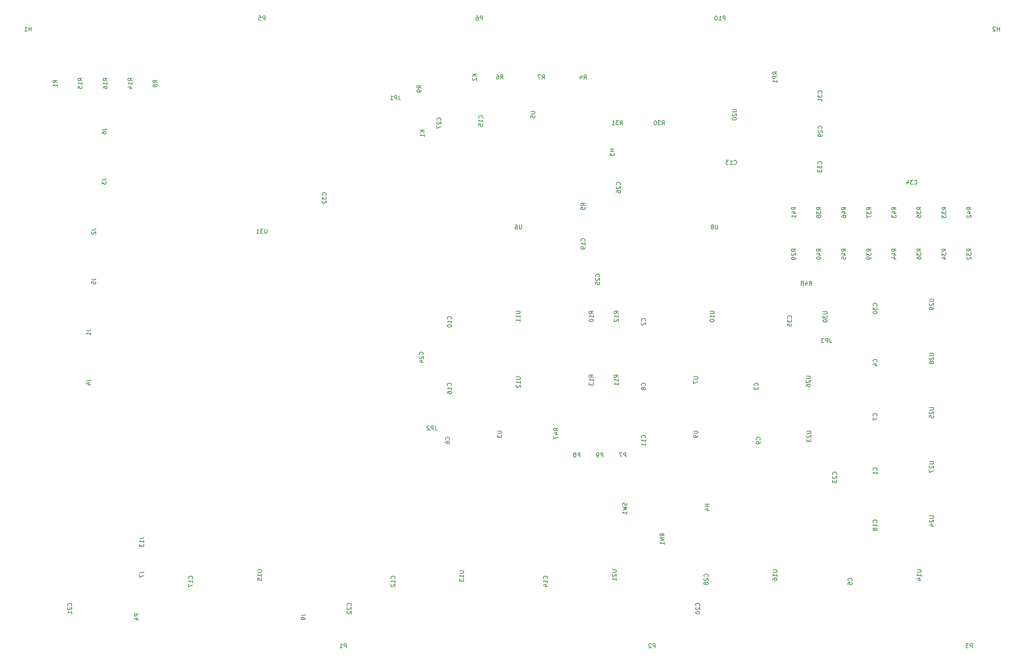
<source format=gbr>
%TF.GenerationSoftware,KiCad,Pcbnew,(6.0.11)*%
%TF.CreationDate,2023-11-10T06:37:52-05:00*%
%TF.ProjectId,input-output.Disk,696e7075-742d-46f7-9574-7075742e4469,rev?*%
%TF.SameCoordinates,Original*%
%TF.FileFunction,Legend,Bot*%
%TF.FilePolarity,Positive*%
%FSLAX46Y46*%
G04 Gerber Fmt 4.6, Leading zero omitted, Abs format (unit mm)*
G04 Created by KiCad (PCBNEW (6.0.11)) date 2023-11-10 06:37:52*
%MOMM*%
%LPD*%
G01*
G04 APERTURE LIST*
%ADD10C,0.150000*%
G04 APERTURE END LIST*
D10*
%TO.C,H2*%
X269261904Y-78452380D02*
X269261904Y-77452380D01*
X269261904Y-77928571D02*
X268690476Y-77928571D01*
X268690476Y-78452380D02*
X268690476Y-77452380D01*
X268261904Y-77547619D02*
X268214285Y-77500000D01*
X268119047Y-77452380D01*
X267880952Y-77452380D01*
X267785714Y-77500000D01*
X267738095Y-77547619D01*
X267690476Y-77642857D01*
X267690476Y-77738095D01*
X267738095Y-77880952D01*
X268309523Y-78452380D01*
X267690476Y-78452380D01*
%TO.C,H1*%
X37261904Y-78452380D02*
X37261904Y-77452380D01*
X37261904Y-77928571D02*
X36690476Y-77928571D01*
X36690476Y-78452380D02*
X36690476Y-77452380D01*
X35690476Y-78452380D02*
X36261904Y-78452380D01*
X35976190Y-78452380D02*
X35976190Y-77452380D01*
X36071428Y-77595238D01*
X36166666Y-77690476D01*
X36261904Y-77738095D01*
%TO.C,P2*%
X186738095Y-226452380D02*
X186738095Y-225452380D01*
X186357142Y-225452380D01*
X186261904Y-225500000D01*
X186214285Y-225547619D01*
X186166666Y-225642857D01*
X186166666Y-225785714D01*
X186214285Y-225880952D01*
X186261904Y-225928571D01*
X186357142Y-225976190D01*
X186738095Y-225976190D01*
X185785714Y-225547619D02*
X185738095Y-225500000D01*
X185642857Y-225452380D01*
X185404761Y-225452380D01*
X185309523Y-225500000D01*
X185261904Y-225547619D01*
X185214285Y-225642857D01*
X185214285Y-225738095D01*
X185261904Y-225880952D01*
X185833333Y-226452380D01*
X185214285Y-226452380D01*
%TO.C,P3*%
X262738095Y-226452380D02*
X262738095Y-225452380D01*
X262357142Y-225452380D01*
X262261904Y-225500000D01*
X262214285Y-225547619D01*
X262166666Y-225642857D01*
X262166666Y-225785714D01*
X262214285Y-225880952D01*
X262261904Y-225928571D01*
X262357142Y-225976190D01*
X262738095Y-225976190D01*
X261833333Y-225452380D02*
X261214285Y-225452380D01*
X261547619Y-225833333D01*
X261404761Y-225833333D01*
X261309523Y-225880952D01*
X261261904Y-225928571D01*
X261214285Y-226023809D01*
X261214285Y-226261904D01*
X261261904Y-226357142D01*
X261309523Y-226404761D01*
X261404761Y-226452380D01*
X261690476Y-226452380D01*
X261785714Y-226404761D01*
X261833333Y-226357142D01*
%TO.C,P1*%
X112738095Y-226452380D02*
X112738095Y-225452380D01*
X112357142Y-225452380D01*
X112261904Y-225500000D01*
X112214285Y-225547619D01*
X112166666Y-225642857D01*
X112166666Y-225785714D01*
X112214285Y-225880952D01*
X112261904Y-225928571D01*
X112357142Y-225976190D01*
X112738095Y-225976190D01*
X111214285Y-226452380D02*
X111785714Y-226452380D01*
X111500000Y-226452380D02*
X111500000Y-225452380D01*
X111595238Y-225595238D01*
X111690476Y-225690476D01*
X111785714Y-225738095D01*
%TO.C,C16*%
X137857142Y-163547142D02*
X137904761Y-163499523D01*
X137952380Y-163356666D01*
X137952380Y-163261428D01*
X137904761Y-163118571D01*
X137809523Y-163023333D01*
X137714285Y-162975714D01*
X137523809Y-162928095D01*
X137380952Y-162928095D01*
X137190476Y-162975714D01*
X137095238Y-163023333D01*
X137000000Y-163118571D01*
X136952380Y-163261428D01*
X136952380Y-163356666D01*
X137000000Y-163499523D01*
X137047619Y-163547142D01*
X137952380Y-164499523D02*
X137952380Y-163928095D01*
X137952380Y-164213809D02*
X136952380Y-164213809D01*
X137095238Y-164118571D01*
X137190476Y-164023333D01*
X137238095Y-163928095D01*
X136952380Y-165356666D02*
X136952380Y-165166190D01*
X137000000Y-165070952D01*
X137047619Y-165023333D01*
X137190476Y-164928095D01*
X137380952Y-164880476D01*
X137761904Y-164880476D01*
X137857142Y-164928095D01*
X137904761Y-164975714D01*
X137952380Y-165070952D01*
X137952380Y-165261428D01*
X137904761Y-165356666D01*
X137857142Y-165404285D01*
X137761904Y-165451904D01*
X137523809Y-165451904D01*
X137428571Y-165404285D01*
X137380952Y-165356666D01*
X137333333Y-165261428D01*
X137333333Y-165070952D01*
X137380952Y-164975714D01*
X137428571Y-164928095D01*
X137523809Y-164880476D01*
%TO.C,RP1*%
X215952380Y-88833333D02*
X215476190Y-88500000D01*
X215952380Y-88261904D02*
X214952380Y-88261904D01*
X214952380Y-88642857D01*
X215000000Y-88738095D01*
X215047619Y-88785714D01*
X215142857Y-88833333D01*
X215285714Y-88833333D01*
X215380952Y-88785714D01*
X215428571Y-88738095D01*
X215476190Y-88642857D01*
X215476190Y-88261904D01*
X215952380Y-89261904D02*
X214952380Y-89261904D01*
X214952380Y-89642857D01*
X215000000Y-89738095D01*
X215047619Y-89785714D01*
X215142857Y-89833333D01*
X215285714Y-89833333D01*
X215380952Y-89785714D01*
X215428571Y-89738095D01*
X215476190Y-89642857D01*
X215476190Y-89261904D01*
X215952380Y-90785714D02*
X215952380Y-90214285D01*
X215952380Y-90500000D02*
X214952380Y-90500000D01*
X215095238Y-90404761D01*
X215190476Y-90309523D01*
X215238095Y-90214285D01*
%TO.C,U8*%
X201761904Y-124952380D02*
X201761904Y-125761904D01*
X201714285Y-125857142D01*
X201666666Y-125904761D01*
X201571428Y-125952380D01*
X201380952Y-125952380D01*
X201285714Y-125904761D01*
X201238095Y-125857142D01*
X201190476Y-125761904D01*
X201190476Y-124952380D01*
X200571428Y-125380952D02*
X200666666Y-125333333D01*
X200714285Y-125285714D01*
X200761904Y-125190476D01*
X200761904Y-125142857D01*
X200714285Y-125047619D01*
X200666666Y-125000000D01*
X200571428Y-124952380D01*
X200380952Y-124952380D01*
X200285714Y-125000000D01*
X200238095Y-125047619D01*
X200190476Y-125142857D01*
X200190476Y-125190476D01*
X200238095Y-125285714D01*
X200285714Y-125333333D01*
X200380952Y-125380952D01*
X200571428Y-125380952D01*
X200666666Y-125428571D01*
X200714285Y-125476190D01*
X200761904Y-125571428D01*
X200761904Y-125761904D01*
X200714285Y-125857142D01*
X200666666Y-125904761D01*
X200571428Y-125952380D01*
X200380952Y-125952380D01*
X200285714Y-125904761D01*
X200238095Y-125857142D01*
X200190476Y-125761904D01*
X200190476Y-125571428D01*
X200238095Y-125476190D01*
X200285714Y-125428571D01*
X200380952Y-125380952D01*
%TO.C,U25*%
X252467380Y-168751904D02*
X253276904Y-168751904D01*
X253372142Y-168799523D01*
X253419761Y-168847142D01*
X253467380Y-168942380D01*
X253467380Y-169132857D01*
X253419761Y-169228095D01*
X253372142Y-169275714D01*
X253276904Y-169323333D01*
X252467380Y-169323333D01*
X252562619Y-169751904D02*
X252515000Y-169799523D01*
X252467380Y-169894761D01*
X252467380Y-170132857D01*
X252515000Y-170228095D01*
X252562619Y-170275714D01*
X252657857Y-170323333D01*
X252753095Y-170323333D01*
X252895952Y-170275714D01*
X253467380Y-169704285D01*
X253467380Y-170323333D01*
X252467380Y-171228095D02*
X252467380Y-170751904D01*
X252943571Y-170704285D01*
X252895952Y-170751904D01*
X252848333Y-170847142D01*
X252848333Y-171085238D01*
X252895952Y-171180476D01*
X252943571Y-171228095D01*
X253038809Y-171275714D01*
X253276904Y-171275714D01*
X253372142Y-171228095D01*
X253419761Y-171180476D01*
X253467380Y-171085238D01*
X253467380Y-170847142D01*
X253419761Y-170751904D01*
X253372142Y-170704285D01*
%TO.C,R40*%
X226452380Y-131297142D02*
X225976190Y-130963809D01*
X226452380Y-130725714D02*
X225452380Y-130725714D01*
X225452380Y-131106666D01*
X225500000Y-131201904D01*
X225547619Y-131249523D01*
X225642857Y-131297142D01*
X225785714Y-131297142D01*
X225880952Y-131249523D01*
X225928571Y-131201904D01*
X225976190Y-131106666D01*
X225976190Y-130725714D01*
X225785714Y-132154285D02*
X226452380Y-132154285D01*
X225404761Y-131916190D02*
X226119047Y-131678095D01*
X226119047Y-132297142D01*
X225452380Y-132868571D02*
X225452380Y-132963809D01*
X225500000Y-133059047D01*
X225547619Y-133106666D01*
X225642857Y-133154285D01*
X225833333Y-133201904D01*
X226071428Y-133201904D01*
X226261904Y-133154285D01*
X226357142Y-133106666D01*
X226404761Y-133059047D01*
X226452380Y-132963809D01*
X226452380Y-132868571D01*
X226404761Y-132773333D01*
X226357142Y-132725714D01*
X226261904Y-132678095D01*
X226071428Y-132630476D01*
X225833333Y-132630476D01*
X225642857Y-132678095D01*
X225547619Y-132725714D01*
X225500000Y-132773333D01*
X225452380Y-132868571D01*
%TO.C,U20*%
X205202380Y-97261904D02*
X206011904Y-97261904D01*
X206107142Y-97309523D01*
X206154761Y-97357142D01*
X206202380Y-97452380D01*
X206202380Y-97642857D01*
X206154761Y-97738095D01*
X206107142Y-97785714D01*
X206011904Y-97833333D01*
X205202380Y-97833333D01*
X205297619Y-98261904D02*
X205250000Y-98309523D01*
X205202380Y-98404761D01*
X205202380Y-98642857D01*
X205250000Y-98738095D01*
X205297619Y-98785714D01*
X205392857Y-98833333D01*
X205488095Y-98833333D01*
X205630952Y-98785714D01*
X206202380Y-98214285D01*
X206202380Y-98833333D01*
X205202380Y-99452380D02*
X205202380Y-99547619D01*
X205250000Y-99642857D01*
X205297619Y-99690476D01*
X205392857Y-99738095D01*
X205583333Y-99785714D01*
X205821428Y-99785714D01*
X206011904Y-99738095D01*
X206107142Y-99690476D01*
X206154761Y-99642857D01*
X206202380Y-99547619D01*
X206202380Y-99452380D01*
X206154761Y-99357142D01*
X206107142Y-99309523D01*
X206011904Y-99261904D01*
X205821428Y-99214285D01*
X205583333Y-99214285D01*
X205392857Y-99261904D01*
X205297619Y-99309523D01*
X205250000Y-99357142D01*
X205202380Y-99452380D01*
%TO.C,J2*%
X51717380Y-126156666D02*
X52431666Y-126156666D01*
X52574523Y-126109047D01*
X52669761Y-126013809D01*
X52717380Y-125870952D01*
X52717380Y-125775714D01*
X51812619Y-126585238D02*
X51765000Y-126632857D01*
X51717380Y-126728095D01*
X51717380Y-126966190D01*
X51765000Y-127061428D01*
X51812619Y-127109047D01*
X51907857Y-127156666D01*
X52003095Y-127156666D01*
X52145952Y-127109047D01*
X52717380Y-126537619D01*
X52717380Y-127156666D01*
%TO.C,R6*%
X149666666Y-89952380D02*
X150000000Y-89476190D01*
X150238095Y-89952380D02*
X150238095Y-88952380D01*
X149857142Y-88952380D01*
X149761904Y-89000000D01*
X149714285Y-89047619D01*
X149666666Y-89142857D01*
X149666666Y-89285714D01*
X149714285Y-89380952D01*
X149761904Y-89428571D01*
X149857142Y-89476190D01*
X150238095Y-89476190D01*
X148809523Y-88952380D02*
X149000000Y-88952380D01*
X149095238Y-89000000D01*
X149142857Y-89047619D01*
X149238095Y-89190476D01*
X149285714Y-89380952D01*
X149285714Y-89761904D01*
X149238095Y-89857142D01*
X149190476Y-89904761D01*
X149095238Y-89952380D01*
X148904761Y-89952380D01*
X148809523Y-89904761D01*
X148761904Y-89857142D01*
X148714285Y-89761904D01*
X148714285Y-89523809D01*
X148761904Y-89428571D01*
X148809523Y-89380952D01*
X148904761Y-89333333D01*
X149095238Y-89333333D01*
X149190476Y-89380952D01*
X149238095Y-89428571D01*
X149285714Y-89523809D01*
%TO.C,C22*%
X113857154Y-216357142D02*
X113904773Y-216309523D01*
X113952392Y-216166666D01*
X113952392Y-216071428D01*
X113904773Y-215928571D01*
X113809535Y-215833333D01*
X113714297Y-215785714D01*
X113523821Y-215738095D01*
X113380964Y-215738095D01*
X113190488Y-215785714D01*
X113095250Y-215833333D01*
X113000012Y-215928571D01*
X112952392Y-216071428D01*
X112952392Y-216166666D01*
X113000012Y-216309523D01*
X113047631Y-216357142D01*
X113047631Y-216738095D02*
X113000012Y-216785714D01*
X112952392Y-216880952D01*
X112952392Y-217119047D01*
X113000012Y-217214285D01*
X113047631Y-217261904D01*
X113142869Y-217309523D01*
X113238107Y-217309523D01*
X113380964Y-217261904D01*
X113952392Y-216690476D01*
X113952392Y-217309523D01*
X113047631Y-217690476D02*
X113000012Y-217738095D01*
X112952392Y-217833333D01*
X112952392Y-218071428D01*
X113000012Y-218166666D01*
X113047631Y-218214285D01*
X113142869Y-218261904D01*
X113238107Y-218261904D01*
X113380964Y-218214285D01*
X113952392Y-217642857D01*
X113952392Y-218261904D01*
%TO.C,C10*%
X137857142Y-147547142D02*
X137904761Y-147499523D01*
X137952380Y-147356666D01*
X137952380Y-147261428D01*
X137904761Y-147118571D01*
X137809523Y-147023333D01*
X137714285Y-146975714D01*
X137523809Y-146928095D01*
X137380952Y-146928095D01*
X137190476Y-146975714D01*
X137095238Y-147023333D01*
X137000000Y-147118571D01*
X136952380Y-147261428D01*
X136952380Y-147356666D01*
X137000000Y-147499523D01*
X137047619Y-147547142D01*
X137952380Y-148499523D02*
X137952380Y-147928095D01*
X137952380Y-148213809D02*
X136952380Y-148213809D01*
X137095238Y-148118571D01*
X137190476Y-148023333D01*
X137238095Y-147928095D01*
X136952380Y-149118571D02*
X136952380Y-149213809D01*
X137000000Y-149309047D01*
X137047619Y-149356666D01*
X137142857Y-149404285D01*
X137333333Y-149451904D01*
X137571428Y-149451904D01*
X137761904Y-149404285D01*
X137857142Y-149356666D01*
X137904761Y-149309047D01*
X137952380Y-149213809D01*
X137952380Y-149118571D01*
X137904761Y-149023333D01*
X137857142Y-148975714D01*
X137761904Y-148928095D01*
X137571428Y-148880476D01*
X137333333Y-148880476D01*
X137142857Y-148928095D01*
X137047619Y-148975714D01*
X137000000Y-149023333D01*
X136952380Y-149118571D01*
%TO.C,C14*%
X160857142Y-209857142D02*
X160904761Y-209809523D01*
X160952380Y-209666666D01*
X160952380Y-209571428D01*
X160904761Y-209428571D01*
X160809523Y-209333333D01*
X160714285Y-209285714D01*
X160523809Y-209238095D01*
X160380952Y-209238095D01*
X160190476Y-209285714D01*
X160095238Y-209333333D01*
X160000000Y-209428571D01*
X159952380Y-209571428D01*
X159952380Y-209666666D01*
X160000000Y-209809523D01*
X160047619Y-209857142D01*
X160952380Y-210809523D02*
X160952380Y-210238095D01*
X160952380Y-210523809D02*
X159952380Y-210523809D01*
X160095238Y-210428571D01*
X160190476Y-210333333D01*
X160238095Y-210238095D01*
X160285714Y-211666666D02*
X160952380Y-211666666D01*
X159904761Y-211428571D02*
X160619047Y-211190476D01*
X160619047Y-211809523D01*
%TO.C,R44*%
X244452380Y-131297142D02*
X243976190Y-130963809D01*
X244452380Y-130725714D02*
X243452380Y-130725714D01*
X243452380Y-131106666D01*
X243500000Y-131201904D01*
X243547619Y-131249523D01*
X243642857Y-131297142D01*
X243785714Y-131297142D01*
X243880952Y-131249523D01*
X243928571Y-131201904D01*
X243976190Y-131106666D01*
X243976190Y-130725714D01*
X243785714Y-132154285D02*
X244452380Y-132154285D01*
X243404761Y-131916190D02*
X244119047Y-131678095D01*
X244119047Y-132297142D01*
X243785714Y-133106666D02*
X244452380Y-133106666D01*
X243404761Y-132868571D02*
X244119047Y-132630476D01*
X244119047Y-133249523D01*
%TO.C,R29*%
X220452380Y-131357142D02*
X219976190Y-131023809D01*
X220452380Y-130785714D02*
X219452380Y-130785714D01*
X219452380Y-131166666D01*
X219500000Y-131261904D01*
X219547619Y-131309523D01*
X219642857Y-131357142D01*
X219785714Y-131357142D01*
X219880952Y-131309523D01*
X219928571Y-131261904D01*
X219976190Y-131166666D01*
X219976190Y-130785714D01*
X219547619Y-131738095D02*
X219500000Y-131785714D01*
X219452380Y-131880952D01*
X219452380Y-132119047D01*
X219500000Y-132214285D01*
X219547619Y-132261904D01*
X219642857Y-132309523D01*
X219738095Y-132309523D01*
X219880952Y-132261904D01*
X220452380Y-131690476D01*
X220452380Y-132309523D01*
X220452380Y-132785714D02*
X220452380Y-132976190D01*
X220404761Y-133071428D01*
X220357142Y-133119047D01*
X220214285Y-133214285D01*
X220023809Y-133261904D01*
X219642857Y-133261904D01*
X219547619Y-133214285D01*
X219500000Y-133166666D01*
X219452380Y-133071428D01*
X219452380Y-132880952D01*
X219500000Y-132785714D01*
X219547619Y-132738095D01*
X219642857Y-132690476D01*
X219880952Y-132690476D01*
X219976190Y-132738095D01*
X220023809Y-132785714D01*
X220071428Y-132880952D01*
X220071428Y-133071428D01*
X220023809Y-133166666D01*
X219976190Y-133214285D01*
X219880952Y-133261904D01*
%TO.C,C20*%
X197357142Y-216357142D02*
X197404761Y-216309523D01*
X197452380Y-216166666D01*
X197452380Y-216071428D01*
X197404761Y-215928571D01*
X197309523Y-215833333D01*
X197214285Y-215785714D01*
X197023809Y-215738095D01*
X196880952Y-215738095D01*
X196690476Y-215785714D01*
X196595238Y-215833333D01*
X196500000Y-215928571D01*
X196452380Y-216071428D01*
X196452380Y-216166666D01*
X196500000Y-216309523D01*
X196547619Y-216357142D01*
X196547619Y-216738095D02*
X196500000Y-216785714D01*
X196452380Y-216880952D01*
X196452380Y-217119047D01*
X196500000Y-217214285D01*
X196547619Y-217261904D01*
X196642857Y-217309523D01*
X196738095Y-217309523D01*
X196880952Y-217261904D01*
X197452380Y-216690476D01*
X197452380Y-217309523D01*
X196452380Y-217928571D02*
X196452380Y-218023809D01*
X196500000Y-218119047D01*
X196547619Y-218166666D01*
X196642857Y-218214285D01*
X196833333Y-218261904D01*
X197071428Y-218261904D01*
X197261904Y-218214285D01*
X197357142Y-218166666D01*
X197404761Y-218119047D01*
X197452380Y-218023809D01*
X197452380Y-217928571D01*
X197404761Y-217833333D01*
X197357142Y-217785714D01*
X197261904Y-217738095D01*
X197071428Y-217690476D01*
X196833333Y-217690476D01*
X196642857Y-217738095D01*
X196547619Y-217785714D01*
X196500000Y-217833333D01*
X196452380Y-217928571D01*
%TO.C,U31*%
X93738095Y-125952380D02*
X93738095Y-126761904D01*
X93690476Y-126857142D01*
X93642857Y-126904761D01*
X93547619Y-126952380D01*
X93357142Y-126952380D01*
X93261904Y-126904761D01*
X93214285Y-126857142D01*
X93166666Y-126761904D01*
X93166666Y-125952380D01*
X92785714Y-125952380D02*
X92166666Y-125952380D01*
X92500000Y-126333333D01*
X92357142Y-126333333D01*
X92261904Y-126380952D01*
X92214285Y-126428571D01*
X92166666Y-126523809D01*
X92166666Y-126761904D01*
X92214285Y-126857142D01*
X92261904Y-126904761D01*
X92357142Y-126952380D01*
X92642857Y-126952380D01*
X92738095Y-126904761D01*
X92785714Y-126857142D01*
X91214285Y-126952380D02*
X91785714Y-126952380D01*
X91500000Y-126952380D02*
X91500000Y-125952380D01*
X91595238Y-126095238D01*
X91690476Y-126190476D01*
X91785714Y-126238095D01*
%TO.C,C7*%
X239857142Y-170833333D02*
X239904761Y-170785714D01*
X239952380Y-170642857D01*
X239952380Y-170547619D01*
X239904761Y-170404761D01*
X239809523Y-170309523D01*
X239714285Y-170261904D01*
X239523809Y-170214285D01*
X239380952Y-170214285D01*
X239190476Y-170261904D01*
X239095238Y-170309523D01*
X239000000Y-170404761D01*
X238952380Y-170547619D01*
X238952380Y-170642857D01*
X239000000Y-170785714D01*
X239047619Y-170833333D01*
X238952380Y-171166666D02*
X238952380Y-171833333D01*
X239952380Y-171404761D01*
%TO.C,C27*%
X135357154Y-99857142D02*
X135404773Y-99809523D01*
X135452392Y-99666666D01*
X135452392Y-99571428D01*
X135404773Y-99428571D01*
X135309535Y-99333333D01*
X135214297Y-99285714D01*
X135023821Y-99238095D01*
X134880964Y-99238095D01*
X134690488Y-99285714D01*
X134595250Y-99333333D01*
X134500012Y-99428571D01*
X134452392Y-99571428D01*
X134452392Y-99666666D01*
X134500012Y-99809523D01*
X134547631Y-99857142D01*
X134547631Y-100238095D02*
X134500012Y-100285714D01*
X134452392Y-100380952D01*
X134452392Y-100619047D01*
X134500012Y-100714285D01*
X134547631Y-100761904D01*
X134642869Y-100809523D01*
X134738107Y-100809523D01*
X134880964Y-100761904D01*
X135452392Y-100190476D01*
X135452392Y-100809523D01*
X134452392Y-101142857D02*
X134452392Y-101809523D01*
X135452392Y-101380952D01*
%TO.C,P7*%
X179738095Y-180642380D02*
X179738095Y-179642380D01*
X179357142Y-179642380D01*
X179261904Y-179690000D01*
X179214285Y-179737619D01*
X179166666Y-179832857D01*
X179166666Y-179975714D01*
X179214285Y-180070952D01*
X179261904Y-180118571D01*
X179357142Y-180166190D01*
X179738095Y-180166190D01*
X178833333Y-179642380D02*
X178166666Y-179642380D01*
X178595238Y-180642380D01*
%TO.C,J5*%
X51717380Y-138156666D02*
X52431666Y-138156666D01*
X52574523Y-138109047D01*
X52669761Y-138013809D01*
X52717380Y-137870952D01*
X52717380Y-137775714D01*
X51717380Y-139109047D02*
X51717380Y-138632857D01*
X52193571Y-138585238D01*
X52145952Y-138632857D01*
X52098333Y-138728095D01*
X52098333Y-138966190D01*
X52145952Y-139061428D01*
X52193571Y-139109047D01*
X52288809Y-139156666D01*
X52526904Y-139156666D01*
X52622142Y-139109047D01*
X52669761Y-139061428D01*
X52717380Y-138966190D01*
X52717380Y-138728095D01*
X52669761Y-138632857D01*
X52622142Y-138585238D01*
%TO.C,U16*%
X214957380Y-207751904D02*
X215766904Y-207751904D01*
X215862142Y-207799523D01*
X215909761Y-207847142D01*
X215957380Y-207942380D01*
X215957380Y-208132857D01*
X215909761Y-208228095D01*
X215862142Y-208275714D01*
X215766904Y-208323333D01*
X214957380Y-208323333D01*
X215957380Y-209323333D02*
X215957380Y-208751904D01*
X215957380Y-209037619D02*
X214957380Y-209037619D01*
X215100238Y-208942380D01*
X215195476Y-208847142D01*
X215243095Y-208751904D01*
X214957380Y-210180476D02*
X214957380Y-209990000D01*
X215005000Y-209894761D01*
X215052619Y-209847142D01*
X215195476Y-209751904D01*
X215385952Y-209704285D01*
X215766904Y-209704285D01*
X215862142Y-209751904D01*
X215909761Y-209799523D01*
X215957380Y-209894761D01*
X215957380Y-210085238D01*
X215909761Y-210180476D01*
X215862142Y-210228095D01*
X215766904Y-210275714D01*
X215528809Y-210275714D01*
X215433571Y-210228095D01*
X215385952Y-210180476D01*
X215338333Y-210085238D01*
X215338333Y-209894761D01*
X215385952Y-209799523D01*
X215433571Y-209751904D01*
X215528809Y-209704285D01*
%TO.C,U21*%
X176457380Y-207751904D02*
X177266904Y-207751904D01*
X177362142Y-207799523D01*
X177409761Y-207847142D01*
X177457380Y-207942380D01*
X177457380Y-208132857D01*
X177409761Y-208228095D01*
X177362142Y-208275714D01*
X177266904Y-208323333D01*
X176457380Y-208323333D01*
X176552619Y-208751904D02*
X176505000Y-208799523D01*
X176457380Y-208894761D01*
X176457380Y-209132857D01*
X176505000Y-209228095D01*
X176552619Y-209275714D01*
X176647857Y-209323333D01*
X176743095Y-209323333D01*
X176885952Y-209275714D01*
X177457380Y-208704285D01*
X177457380Y-209323333D01*
X177457380Y-210275714D02*
X177457380Y-209704285D01*
X177457380Y-209990000D02*
X176457380Y-209990000D01*
X176600238Y-209894761D01*
X176695476Y-209799523D01*
X176743095Y-209704285D01*
%TO.C,R47*%
X163452380Y-174357142D02*
X162976190Y-174023809D01*
X163452380Y-173785714D02*
X162452380Y-173785714D01*
X162452380Y-174166666D01*
X162500000Y-174261904D01*
X162547619Y-174309523D01*
X162642857Y-174357142D01*
X162785714Y-174357142D01*
X162880952Y-174309523D01*
X162928571Y-174261904D01*
X162976190Y-174166666D01*
X162976190Y-173785714D01*
X162785714Y-175214285D02*
X163452380Y-175214285D01*
X162404761Y-174976190D02*
X163119047Y-174738095D01*
X163119047Y-175357142D01*
X162452380Y-175642857D02*
X162452380Y-176309523D01*
X163452380Y-175880952D01*
%TO.C,C18*%
X239857142Y-196357142D02*
X239904761Y-196309523D01*
X239952380Y-196166666D01*
X239952380Y-196071428D01*
X239904761Y-195928571D01*
X239809523Y-195833333D01*
X239714285Y-195785714D01*
X239523809Y-195738095D01*
X239380952Y-195738095D01*
X239190476Y-195785714D01*
X239095238Y-195833333D01*
X239000000Y-195928571D01*
X238952380Y-196071428D01*
X238952380Y-196166666D01*
X239000000Y-196309523D01*
X239047619Y-196357142D01*
X239952380Y-197309523D02*
X239952380Y-196738095D01*
X239952380Y-197023809D02*
X238952380Y-197023809D01*
X239095238Y-196928571D01*
X239190476Y-196833333D01*
X239238095Y-196738095D01*
X239380952Y-197880952D02*
X239333333Y-197785714D01*
X239285714Y-197738095D01*
X239190476Y-197690476D01*
X239142857Y-197690476D01*
X239047619Y-197738095D01*
X239000000Y-197785714D01*
X238952380Y-197880952D01*
X238952380Y-198071428D01*
X239000000Y-198166666D01*
X239047619Y-198214285D01*
X239142857Y-198261904D01*
X239190476Y-198261904D01*
X239285714Y-198214285D01*
X239333333Y-198166666D01*
X239380952Y-198071428D01*
X239380952Y-197880952D01*
X239428571Y-197785714D01*
X239476190Y-197738095D01*
X239571428Y-197690476D01*
X239761904Y-197690476D01*
X239857142Y-197738095D01*
X239904761Y-197785714D01*
X239952380Y-197880952D01*
X239952380Y-198071428D01*
X239904761Y-198166666D01*
X239857142Y-198214285D01*
X239761904Y-198261904D01*
X239571428Y-198261904D01*
X239476190Y-198214285D01*
X239428571Y-198166666D01*
X239380952Y-198071428D01*
%TO.C,R45*%
X232452380Y-131297142D02*
X231976190Y-130963809D01*
X232452380Y-130725714D02*
X231452380Y-130725714D01*
X231452380Y-131106666D01*
X231500000Y-131201904D01*
X231547619Y-131249523D01*
X231642857Y-131297142D01*
X231785714Y-131297142D01*
X231880952Y-131249523D01*
X231928571Y-131201904D01*
X231976190Y-131106666D01*
X231976190Y-130725714D01*
X231785714Y-132154285D02*
X232452380Y-132154285D01*
X231404761Y-131916190D02*
X232119047Y-131678095D01*
X232119047Y-132297142D01*
X231452380Y-133154285D02*
X231452380Y-132678095D01*
X231928571Y-132630476D01*
X231880952Y-132678095D01*
X231833333Y-132773333D01*
X231833333Y-133011428D01*
X231880952Y-133106666D01*
X231928571Y-133154285D01*
X232023809Y-133201904D01*
X232261904Y-133201904D01*
X232357142Y-133154285D01*
X232404761Y-133106666D01*
X232452380Y-133011428D01*
X232452380Y-132773333D01*
X232404761Y-132678095D01*
X232357142Y-132630476D01*
%TO.C,C9*%
X211857142Y-176523333D02*
X211904761Y-176475714D01*
X211952380Y-176332857D01*
X211952380Y-176237619D01*
X211904761Y-176094761D01*
X211809523Y-175999523D01*
X211714285Y-175951904D01*
X211523809Y-175904285D01*
X211380952Y-175904285D01*
X211190476Y-175951904D01*
X211095238Y-175999523D01*
X211000000Y-176094761D01*
X210952380Y-176237619D01*
X210952380Y-176332857D01*
X211000000Y-176475714D01*
X211047619Y-176523333D01*
X211952380Y-176999523D02*
X211952380Y-177190000D01*
X211904761Y-177285238D01*
X211857142Y-177332857D01*
X211714285Y-177428095D01*
X211523809Y-177475714D01*
X211142857Y-177475714D01*
X211047619Y-177428095D01*
X211000000Y-177380476D01*
X210952380Y-177285238D01*
X210952380Y-177094761D01*
X211000000Y-176999523D01*
X211047619Y-176951904D01*
X211142857Y-176904285D01*
X211380952Y-176904285D01*
X211476190Y-176951904D01*
X211523809Y-176999523D01*
X211571428Y-177094761D01*
X211571428Y-177285238D01*
X211523809Y-177380476D01*
X211476190Y-177428095D01*
X211380952Y-177475714D01*
%TO.C,C15*%
X145357142Y-99357142D02*
X145404761Y-99309523D01*
X145452380Y-99166666D01*
X145452380Y-99071428D01*
X145404761Y-98928571D01*
X145309523Y-98833333D01*
X145214285Y-98785714D01*
X145023809Y-98738095D01*
X144880952Y-98738095D01*
X144690476Y-98785714D01*
X144595238Y-98833333D01*
X144500000Y-98928571D01*
X144452380Y-99071428D01*
X144452380Y-99166666D01*
X144500000Y-99309523D01*
X144547619Y-99357142D01*
X145452380Y-100309523D02*
X145452380Y-99738095D01*
X145452380Y-100023809D02*
X144452380Y-100023809D01*
X144595238Y-99928571D01*
X144690476Y-99833333D01*
X144738095Y-99738095D01*
X144452380Y-101214285D02*
X144452380Y-100738095D01*
X144928571Y-100690476D01*
X144880952Y-100738095D01*
X144833333Y-100833333D01*
X144833333Y-101071428D01*
X144880952Y-101166666D01*
X144928571Y-101214285D01*
X145023809Y-101261904D01*
X145261904Y-101261904D01*
X145357142Y-101214285D01*
X145404761Y-101166666D01*
X145452380Y-101071428D01*
X145452380Y-100833333D01*
X145404761Y-100738095D01*
X145357142Y-100690476D01*
%TO.C,R9*%
X130702380Y-92143333D02*
X130226190Y-91810000D01*
X130702380Y-91571904D02*
X129702380Y-91571904D01*
X129702380Y-91952857D01*
X129750000Y-92048095D01*
X129797619Y-92095714D01*
X129892857Y-92143333D01*
X130035714Y-92143333D01*
X130130952Y-92095714D01*
X130178571Y-92048095D01*
X130226190Y-91952857D01*
X130226190Y-91571904D01*
X130702380Y-92619523D02*
X130702380Y-92810000D01*
X130654761Y-92905238D01*
X130607142Y-92952857D01*
X130464285Y-93048095D01*
X130273809Y-93095714D01*
X129892857Y-93095714D01*
X129797619Y-93048095D01*
X129750000Y-93000476D01*
X129702380Y-92905238D01*
X129702380Y-92714761D01*
X129750000Y-92619523D01*
X129797619Y-92571904D01*
X129892857Y-92524285D01*
X130130952Y-92524285D01*
X130226190Y-92571904D01*
X130273809Y-92619523D01*
X130321428Y-92714761D01*
X130321428Y-92905238D01*
X130273809Y-93000476D01*
X130226190Y-93048095D01*
X130130952Y-93095714D01*
%TO.C,J9*%
X101927380Y-218666666D02*
X102641666Y-218666666D01*
X102784523Y-218619047D01*
X102879761Y-218523809D01*
X102927380Y-218380952D01*
X102927380Y-218285714D01*
X102927380Y-219190476D02*
X102927380Y-219380952D01*
X102879761Y-219476190D01*
X102832142Y-219523809D01*
X102689285Y-219619047D01*
X102498809Y-219666666D01*
X102117857Y-219666666D01*
X102022619Y-219619047D01*
X101975000Y-219571428D01*
X101927380Y-219476190D01*
X101927380Y-219285714D01*
X101975000Y-219190476D01*
X102022619Y-219142857D01*
X102117857Y-219095238D01*
X102355952Y-219095238D01*
X102451190Y-219142857D01*
X102498809Y-219190476D01*
X102546428Y-219285714D01*
X102546428Y-219476190D01*
X102498809Y-219571428D01*
X102451190Y-219619047D01*
X102355952Y-219666666D01*
%TO.C,P6*%
X145368095Y-75819880D02*
X145368095Y-74819880D01*
X144987142Y-74819880D01*
X144891904Y-74867500D01*
X144844285Y-74915119D01*
X144796666Y-75010357D01*
X144796666Y-75153214D01*
X144844285Y-75248452D01*
X144891904Y-75296071D01*
X144987142Y-75343690D01*
X145368095Y-75343690D01*
X143939523Y-74819880D02*
X144130000Y-74819880D01*
X144225238Y-74867500D01*
X144272857Y-74915119D01*
X144368095Y-75057976D01*
X144415714Y-75248452D01*
X144415714Y-75629404D01*
X144368095Y-75724642D01*
X144320476Y-75772261D01*
X144225238Y-75819880D01*
X144034761Y-75819880D01*
X143939523Y-75772261D01*
X143891904Y-75724642D01*
X143844285Y-75629404D01*
X143844285Y-75391309D01*
X143891904Y-75296071D01*
X143939523Y-75248452D01*
X144034761Y-75200833D01*
X144225238Y-75200833D01*
X144320476Y-75248452D01*
X144368095Y-75296071D01*
X144415714Y-75391309D01*
%TO.C,R1*%
X43452380Y-90833333D02*
X42976190Y-90500000D01*
X43452380Y-90261904D02*
X42452380Y-90261904D01*
X42452380Y-90642857D01*
X42500000Y-90738095D01*
X42547619Y-90785714D01*
X42642857Y-90833333D01*
X42785714Y-90833333D01*
X42880952Y-90785714D01*
X42928571Y-90738095D01*
X42976190Y-90642857D01*
X42976190Y-90261904D01*
X43452380Y-91785714D02*
X43452380Y-91214285D01*
X43452380Y-91500000D02*
X42452380Y-91500000D01*
X42595238Y-91404761D01*
X42690476Y-91309523D01*
X42738095Y-91214285D01*
%TO.C,K2*%
X143952380Y-88761904D02*
X142952380Y-88761904D01*
X143952380Y-89333333D02*
X143380952Y-88904761D01*
X142952380Y-89333333D02*
X143523809Y-88761904D01*
X143047619Y-89714285D02*
X143000000Y-89761904D01*
X142952380Y-89857142D01*
X142952380Y-90095238D01*
X143000000Y-90190476D01*
X143047619Y-90238095D01*
X143142857Y-90285714D01*
X143238095Y-90285714D01*
X143380952Y-90238095D01*
X143952380Y-89666666D01*
X143952380Y-90285714D01*
%TO.C,R11*%
X177952380Y-161537142D02*
X177476190Y-161203809D01*
X177952380Y-160965714D02*
X176952380Y-160965714D01*
X176952380Y-161346666D01*
X177000000Y-161441904D01*
X177047619Y-161489523D01*
X177142857Y-161537142D01*
X177285714Y-161537142D01*
X177380952Y-161489523D01*
X177428571Y-161441904D01*
X177476190Y-161346666D01*
X177476190Y-160965714D01*
X177952380Y-162489523D02*
X177952380Y-161918095D01*
X177952380Y-162203809D02*
X176952380Y-162203809D01*
X177095238Y-162108571D01*
X177190476Y-162013333D01*
X177238095Y-161918095D01*
X177952380Y-163441904D02*
X177952380Y-162870476D01*
X177952380Y-163156190D02*
X176952380Y-163156190D01*
X177095238Y-163060952D01*
X177190476Y-162965714D01*
X177238095Y-162870476D01*
%TO.C,R10*%
X171952380Y-146237142D02*
X171476190Y-145903809D01*
X171952380Y-145665714D02*
X170952380Y-145665714D01*
X170952380Y-146046666D01*
X171000000Y-146141904D01*
X171047619Y-146189523D01*
X171142857Y-146237142D01*
X171285714Y-146237142D01*
X171380952Y-146189523D01*
X171428571Y-146141904D01*
X171476190Y-146046666D01*
X171476190Y-145665714D01*
X171952380Y-147189523D02*
X171952380Y-146618095D01*
X171952380Y-146903809D02*
X170952380Y-146903809D01*
X171095238Y-146808571D01*
X171190476Y-146713333D01*
X171238095Y-146618095D01*
X170952380Y-147808571D02*
X170952380Y-147903809D01*
X171000000Y-147999047D01*
X171047619Y-148046666D01*
X171142857Y-148094285D01*
X171333333Y-148141904D01*
X171571428Y-148141904D01*
X171761904Y-148094285D01*
X171857142Y-148046666D01*
X171904761Y-147999047D01*
X171952380Y-147903809D01*
X171952380Y-147808571D01*
X171904761Y-147713333D01*
X171857142Y-147665714D01*
X171761904Y-147618095D01*
X171571428Y-147570476D01*
X171333333Y-147570476D01*
X171142857Y-147618095D01*
X171047619Y-147665714D01*
X171000000Y-147713333D01*
X170952380Y-147808571D01*
%TO.C,R38*%
X226452380Y-121297142D02*
X225976190Y-120963809D01*
X226452380Y-120725714D02*
X225452380Y-120725714D01*
X225452380Y-121106666D01*
X225500000Y-121201904D01*
X225547619Y-121249523D01*
X225642857Y-121297142D01*
X225785714Y-121297142D01*
X225880952Y-121249523D01*
X225928571Y-121201904D01*
X225976190Y-121106666D01*
X225976190Y-120725714D01*
X225452380Y-121630476D02*
X225452380Y-122249523D01*
X225833333Y-121916190D01*
X225833333Y-122059047D01*
X225880952Y-122154285D01*
X225928571Y-122201904D01*
X226023809Y-122249523D01*
X226261904Y-122249523D01*
X226357142Y-122201904D01*
X226404761Y-122154285D01*
X226452380Y-122059047D01*
X226452380Y-121773333D01*
X226404761Y-121678095D01*
X226357142Y-121630476D01*
X225880952Y-122820952D02*
X225833333Y-122725714D01*
X225785714Y-122678095D01*
X225690476Y-122630476D01*
X225642857Y-122630476D01*
X225547619Y-122678095D01*
X225500000Y-122725714D01*
X225452380Y-122820952D01*
X225452380Y-123011428D01*
X225500000Y-123106666D01*
X225547619Y-123154285D01*
X225642857Y-123201904D01*
X225690476Y-123201904D01*
X225785714Y-123154285D01*
X225833333Y-123106666D01*
X225880952Y-123011428D01*
X225880952Y-122820952D01*
X225928571Y-122725714D01*
X225976190Y-122678095D01*
X226071428Y-122630476D01*
X226261904Y-122630476D01*
X226357142Y-122678095D01*
X226404761Y-122725714D01*
X226452380Y-122820952D01*
X226452380Y-123011428D01*
X226404761Y-123106666D01*
X226357142Y-123154285D01*
X226261904Y-123201904D01*
X226071428Y-123201904D01*
X225976190Y-123154285D01*
X225928571Y-123106666D01*
X225880952Y-123011428D01*
%TO.C,U14*%
X249457380Y-207751904D02*
X250266904Y-207751904D01*
X250362142Y-207799523D01*
X250409761Y-207847142D01*
X250457380Y-207942380D01*
X250457380Y-208132857D01*
X250409761Y-208228095D01*
X250362142Y-208275714D01*
X250266904Y-208323333D01*
X249457380Y-208323333D01*
X250457380Y-209323333D02*
X250457380Y-208751904D01*
X250457380Y-209037619D02*
X249457380Y-209037619D01*
X249600238Y-208942380D01*
X249695476Y-208847142D01*
X249743095Y-208751904D01*
X249790714Y-210180476D02*
X250457380Y-210180476D01*
X249409761Y-209942380D02*
X250124047Y-209704285D01*
X250124047Y-210323333D01*
%TO.C,R15*%
X49452380Y-90357142D02*
X48976190Y-90023809D01*
X49452380Y-89785714D02*
X48452380Y-89785714D01*
X48452380Y-90166666D01*
X48500000Y-90261904D01*
X48547619Y-90309523D01*
X48642857Y-90357142D01*
X48785714Y-90357142D01*
X48880952Y-90309523D01*
X48928571Y-90261904D01*
X48976190Y-90166666D01*
X48976190Y-89785714D01*
X49452380Y-91309523D02*
X49452380Y-90738095D01*
X49452380Y-91023809D02*
X48452380Y-91023809D01*
X48595238Y-90928571D01*
X48690476Y-90833333D01*
X48738095Y-90738095D01*
X48452380Y-92214285D02*
X48452380Y-91738095D01*
X48928571Y-91690476D01*
X48880952Y-91738095D01*
X48833333Y-91833333D01*
X48833333Y-92071428D01*
X48880952Y-92166666D01*
X48928571Y-92214285D01*
X49023809Y-92261904D01*
X49261904Y-92261904D01*
X49357142Y-92214285D01*
X49404761Y-92166666D01*
X49452380Y-92071428D01*
X49452380Y-91833333D01*
X49404761Y-91738095D01*
X49357142Y-91690476D01*
%TO.C,J13*%
X63202380Y-200195476D02*
X63916666Y-200195476D01*
X64059523Y-200147857D01*
X64154761Y-200052619D01*
X64202380Y-199909761D01*
X64202380Y-199814523D01*
X64202380Y-201195476D02*
X64202380Y-200624047D01*
X64202380Y-200909761D02*
X63202380Y-200909761D01*
X63345238Y-200814523D01*
X63440476Y-200719285D01*
X63488095Y-200624047D01*
X63202380Y-201528809D02*
X63202380Y-202147857D01*
X63583333Y-201814523D01*
X63583333Y-201957380D01*
X63630952Y-202052619D01*
X63678571Y-202100238D01*
X63773809Y-202147857D01*
X64011904Y-202147857D01*
X64107142Y-202100238D01*
X64154761Y-202052619D01*
X64202380Y-201957380D01*
X64202380Y-201671666D01*
X64154761Y-201576428D01*
X64107142Y-201528809D01*
%TO.C,C23*%
X230152042Y-184857142D02*
X230199661Y-184809523D01*
X230247280Y-184666666D01*
X230247280Y-184571428D01*
X230199661Y-184428571D01*
X230104423Y-184333333D01*
X230009185Y-184285714D01*
X229818709Y-184238095D01*
X229675852Y-184238095D01*
X229485376Y-184285714D01*
X229390138Y-184333333D01*
X229294900Y-184428571D01*
X229247280Y-184571428D01*
X229247280Y-184666666D01*
X229294900Y-184809523D01*
X229342519Y-184857142D01*
X229342519Y-185238095D02*
X229294900Y-185285714D01*
X229247280Y-185380952D01*
X229247280Y-185619047D01*
X229294900Y-185714285D01*
X229342519Y-185761904D01*
X229437757Y-185809523D01*
X229532995Y-185809523D01*
X229675852Y-185761904D01*
X230247280Y-185190476D01*
X230247280Y-185809523D01*
X229247280Y-186142857D02*
X229247280Y-186761904D01*
X229628233Y-186428571D01*
X229628233Y-186571428D01*
X229675852Y-186666666D01*
X229723471Y-186714285D01*
X229818709Y-186761904D01*
X230056804Y-186761904D01*
X230152042Y-186714285D01*
X230199661Y-186666666D01*
X230247280Y-186571428D01*
X230247280Y-186285714D01*
X230199661Y-186190476D01*
X230152042Y-186142857D01*
%TO.C,R36*%
X250452380Y-131297142D02*
X249976190Y-130963809D01*
X250452380Y-130725714D02*
X249452380Y-130725714D01*
X249452380Y-131106666D01*
X249500000Y-131201904D01*
X249547619Y-131249523D01*
X249642857Y-131297142D01*
X249785714Y-131297142D01*
X249880952Y-131249523D01*
X249928571Y-131201904D01*
X249976190Y-131106666D01*
X249976190Y-130725714D01*
X249452380Y-131630476D02*
X249452380Y-132249523D01*
X249833333Y-131916190D01*
X249833333Y-132059047D01*
X249880952Y-132154285D01*
X249928571Y-132201904D01*
X250023809Y-132249523D01*
X250261904Y-132249523D01*
X250357142Y-132201904D01*
X250404761Y-132154285D01*
X250452380Y-132059047D01*
X250452380Y-131773333D01*
X250404761Y-131678095D01*
X250357142Y-131630476D01*
X249452380Y-133106666D02*
X249452380Y-132916190D01*
X249500000Y-132820952D01*
X249547619Y-132773333D01*
X249690476Y-132678095D01*
X249880952Y-132630476D01*
X250261904Y-132630476D01*
X250357142Y-132678095D01*
X250404761Y-132725714D01*
X250452380Y-132820952D01*
X250452380Y-133011428D01*
X250404761Y-133106666D01*
X250357142Y-133154285D01*
X250261904Y-133201904D01*
X250023809Y-133201904D01*
X249928571Y-133154285D01*
X249880952Y-133106666D01*
X249833333Y-133011428D01*
X249833333Y-132820952D01*
X249880952Y-132725714D01*
X249928571Y-132678095D01*
X250023809Y-132630476D01*
%TO.C,H4*%
X199702380Y-191988095D02*
X198702380Y-191988095D01*
X199178571Y-191988095D02*
X199178571Y-192559523D01*
X199702380Y-192559523D02*
X198702380Y-192559523D01*
X199035714Y-193464285D02*
X199702380Y-193464285D01*
X198654761Y-193226190D02*
X199369047Y-192988095D01*
X199369047Y-193607142D01*
%TO.C,U5*%
X156947380Y-97728095D02*
X157756904Y-97728095D01*
X157852142Y-97775714D01*
X157899761Y-97823333D01*
X157947380Y-97918571D01*
X157947380Y-98109047D01*
X157899761Y-98204285D01*
X157852142Y-98251904D01*
X157756904Y-98299523D01*
X156947380Y-98299523D01*
X156947380Y-99251904D02*
X156947380Y-98775714D01*
X157423571Y-98728095D01*
X157375952Y-98775714D01*
X157328333Y-98870952D01*
X157328333Y-99109047D01*
X157375952Y-99204285D01*
X157423571Y-99251904D01*
X157518809Y-99299523D01*
X157756904Y-99299523D01*
X157852142Y-99251904D01*
X157899761Y-99204285D01*
X157947380Y-99109047D01*
X157947380Y-98870952D01*
X157899761Y-98775714D01*
X157852142Y-98728095D01*
%TO.C,C21*%
X46857154Y-216357142D02*
X46904773Y-216309523D01*
X46952392Y-216166666D01*
X46952392Y-216071428D01*
X46904773Y-215928571D01*
X46809535Y-215833333D01*
X46714297Y-215785714D01*
X46523821Y-215738095D01*
X46380964Y-215738095D01*
X46190488Y-215785714D01*
X46095250Y-215833333D01*
X46000012Y-215928571D01*
X45952392Y-216071428D01*
X45952392Y-216166666D01*
X46000012Y-216309523D01*
X46047631Y-216357142D01*
X46047631Y-216738095D02*
X46000012Y-216785714D01*
X45952392Y-216880952D01*
X45952392Y-217119047D01*
X46000012Y-217214285D01*
X46047631Y-217261904D01*
X46142869Y-217309523D01*
X46238107Y-217309523D01*
X46380964Y-217261904D01*
X46952392Y-216690476D01*
X46952392Y-217309523D01*
X46952392Y-218261904D02*
X46952392Y-217690476D01*
X46952392Y-217976190D02*
X45952392Y-217976190D01*
X46095250Y-217880952D01*
X46190488Y-217785714D01*
X46238107Y-217690476D01*
%TO.C,C12*%
X124357142Y-209857142D02*
X124404761Y-209809523D01*
X124452380Y-209666666D01*
X124452380Y-209571428D01*
X124404761Y-209428571D01*
X124309523Y-209333333D01*
X124214285Y-209285714D01*
X124023809Y-209238095D01*
X123880952Y-209238095D01*
X123690476Y-209285714D01*
X123595238Y-209333333D01*
X123500000Y-209428571D01*
X123452380Y-209571428D01*
X123452380Y-209666666D01*
X123500000Y-209809523D01*
X123547619Y-209857142D01*
X124452380Y-210809523D02*
X124452380Y-210238095D01*
X124452380Y-210523809D02*
X123452380Y-210523809D01*
X123595238Y-210428571D01*
X123690476Y-210333333D01*
X123738095Y-210238095D01*
X123547619Y-211190476D02*
X123500000Y-211238095D01*
X123452380Y-211333333D01*
X123452380Y-211571428D01*
X123500000Y-211666666D01*
X123547619Y-211714285D01*
X123642857Y-211761904D01*
X123738095Y-211761904D01*
X123880952Y-211714285D01*
X124452380Y-211142857D01*
X124452380Y-211761904D01*
%TO.C,U10*%
X199882380Y-145641904D02*
X200691904Y-145641904D01*
X200787142Y-145689523D01*
X200834761Y-145737142D01*
X200882380Y-145832380D01*
X200882380Y-146022857D01*
X200834761Y-146118095D01*
X200787142Y-146165714D01*
X200691904Y-146213333D01*
X199882380Y-146213333D01*
X200882380Y-147213333D02*
X200882380Y-146641904D01*
X200882380Y-146927619D02*
X199882380Y-146927619D01*
X200025238Y-146832380D01*
X200120476Y-146737142D01*
X200168095Y-146641904D01*
X199882380Y-147832380D02*
X199882380Y-147927619D01*
X199930000Y-148022857D01*
X199977619Y-148070476D01*
X200072857Y-148118095D01*
X200263333Y-148165714D01*
X200501428Y-148165714D01*
X200691904Y-148118095D01*
X200787142Y-148070476D01*
X200834761Y-148022857D01*
X200882380Y-147927619D01*
X200882380Y-147832380D01*
X200834761Y-147737142D01*
X200787142Y-147689523D01*
X200691904Y-147641904D01*
X200501428Y-147594285D01*
X200263333Y-147594285D01*
X200072857Y-147641904D01*
X199977619Y-147689523D01*
X199930000Y-147737142D01*
X199882380Y-147832380D01*
%TO.C,P5*%
X93263095Y-75819880D02*
X93263095Y-74819880D01*
X92882142Y-74819880D01*
X92786904Y-74867500D01*
X92739285Y-74915119D01*
X92691666Y-75010357D01*
X92691666Y-75153214D01*
X92739285Y-75248452D01*
X92786904Y-75296071D01*
X92882142Y-75343690D01*
X93263095Y-75343690D01*
X91786904Y-74819880D02*
X92263095Y-74819880D01*
X92310714Y-75296071D01*
X92263095Y-75248452D01*
X92167857Y-75200833D01*
X91929761Y-75200833D01*
X91834523Y-75248452D01*
X91786904Y-75296071D01*
X91739285Y-75391309D01*
X91739285Y-75629404D01*
X91786904Y-75724642D01*
X91834523Y-75772261D01*
X91929761Y-75819880D01*
X92167857Y-75819880D01*
X92263095Y-75772261D01*
X92310714Y-75724642D01*
%TO.C,R32*%
X262452380Y-131297142D02*
X261976190Y-130963809D01*
X262452380Y-130725714D02*
X261452380Y-130725714D01*
X261452380Y-131106666D01*
X261500000Y-131201904D01*
X261547619Y-131249523D01*
X261642857Y-131297142D01*
X261785714Y-131297142D01*
X261880952Y-131249523D01*
X261928571Y-131201904D01*
X261976190Y-131106666D01*
X261976190Y-130725714D01*
X261452380Y-131630476D02*
X261452380Y-132249523D01*
X261833333Y-131916190D01*
X261833333Y-132059047D01*
X261880952Y-132154285D01*
X261928571Y-132201904D01*
X262023809Y-132249523D01*
X262261904Y-132249523D01*
X262357142Y-132201904D01*
X262404761Y-132154285D01*
X262452380Y-132059047D01*
X262452380Y-131773333D01*
X262404761Y-131678095D01*
X262357142Y-131630476D01*
X261547619Y-132630476D02*
X261500000Y-132678095D01*
X261452380Y-132773333D01*
X261452380Y-133011428D01*
X261500000Y-133106666D01*
X261547619Y-133154285D01*
X261642857Y-133201904D01*
X261738095Y-133201904D01*
X261880952Y-133154285D01*
X262452380Y-132582857D01*
X262452380Y-133201904D01*
%TO.C,R7*%
X159666666Y-89952380D02*
X160000000Y-89476190D01*
X160238095Y-89952380D02*
X160238095Y-88952380D01*
X159857142Y-88952380D01*
X159761904Y-89000000D01*
X159714285Y-89047619D01*
X159666666Y-89142857D01*
X159666666Y-89285714D01*
X159714285Y-89380952D01*
X159761904Y-89428571D01*
X159857142Y-89476190D01*
X160238095Y-89476190D01*
X159333333Y-88952380D02*
X158666666Y-88952380D01*
X159095238Y-89952380D01*
%TO.C,C19*%
X169857142Y-128857142D02*
X169904761Y-128809523D01*
X169952380Y-128666666D01*
X169952380Y-128571428D01*
X169904761Y-128428571D01*
X169809523Y-128333333D01*
X169714285Y-128285714D01*
X169523809Y-128238095D01*
X169380952Y-128238095D01*
X169190476Y-128285714D01*
X169095238Y-128333333D01*
X169000000Y-128428571D01*
X168952380Y-128571428D01*
X168952380Y-128666666D01*
X169000000Y-128809523D01*
X169047619Y-128857142D01*
X169952380Y-129809523D02*
X169952380Y-129238095D01*
X169952380Y-129523809D02*
X168952380Y-129523809D01*
X169095238Y-129428571D01*
X169190476Y-129333333D01*
X169238095Y-129238095D01*
X169952380Y-130285714D02*
X169952380Y-130476190D01*
X169904761Y-130571428D01*
X169857142Y-130619047D01*
X169714285Y-130714285D01*
X169523809Y-130761904D01*
X169142857Y-130761904D01*
X169047619Y-130714285D01*
X169000000Y-130666666D01*
X168952380Y-130571428D01*
X168952380Y-130380952D01*
X169000000Y-130285714D01*
X169047619Y-130238095D01*
X169142857Y-130190476D01*
X169380952Y-130190476D01*
X169476190Y-130238095D01*
X169523809Y-130285714D01*
X169571428Y-130380952D01*
X169571428Y-130571428D01*
X169523809Y-130666666D01*
X169476190Y-130714285D01*
X169380952Y-130761904D01*
%TO.C,P8*%
X168738095Y-180642380D02*
X168738095Y-179642380D01*
X168357142Y-179642380D01*
X168261904Y-179690000D01*
X168214285Y-179737619D01*
X168166666Y-179832857D01*
X168166666Y-179975714D01*
X168214285Y-180070952D01*
X168261904Y-180118571D01*
X168357142Y-180166190D01*
X168738095Y-180166190D01*
X167595238Y-180070952D02*
X167690476Y-180023333D01*
X167738095Y-179975714D01*
X167785714Y-179880476D01*
X167785714Y-179832857D01*
X167738095Y-179737619D01*
X167690476Y-179690000D01*
X167595238Y-179642380D01*
X167404761Y-179642380D01*
X167309523Y-179690000D01*
X167261904Y-179737619D01*
X167214285Y-179832857D01*
X167214285Y-179880476D01*
X167261904Y-179975714D01*
X167309523Y-180023333D01*
X167404761Y-180070952D01*
X167595238Y-180070952D01*
X167690476Y-180118571D01*
X167738095Y-180166190D01*
X167785714Y-180261428D01*
X167785714Y-180451904D01*
X167738095Y-180547142D01*
X167690476Y-180594761D01*
X167595238Y-180642380D01*
X167404761Y-180642380D01*
X167309523Y-180594761D01*
X167261904Y-180547142D01*
X167214285Y-180451904D01*
X167214285Y-180261428D01*
X167261904Y-180166190D01*
X167309523Y-180118571D01*
X167404761Y-180070952D01*
%TO.C,R16*%
X55452380Y-90357142D02*
X54976190Y-90023809D01*
X55452380Y-89785714D02*
X54452380Y-89785714D01*
X54452380Y-90166666D01*
X54500000Y-90261904D01*
X54547619Y-90309523D01*
X54642857Y-90357142D01*
X54785714Y-90357142D01*
X54880952Y-90309523D01*
X54928571Y-90261904D01*
X54976190Y-90166666D01*
X54976190Y-89785714D01*
X55452380Y-91309523D02*
X55452380Y-90738095D01*
X55452380Y-91023809D02*
X54452380Y-91023809D01*
X54595238Y-90928571D01*
X54690476Y-90833333D01*
X54738095Y-90738095D01*
X54452380Y-92166666D02*
X54452380Y-91976190D01*
X54500000Y-91880952D01*
X54547619Y-91833333D01*
X54690476Y-91738095D01*
X54880952Y-91690476D01*
X55261904Y-91690476D01*
X55357142Y-91738095D01*
X55404761Y-91785714D01*
X55452380Y-91880952D01*
X55452380Y-92071428D01*
X55404761Y-92166666D01*
X55357142Y-92214285D01*
X55261904Y-92261904D01*
X55023809Y-92261904D01*
X54928571Y-92214285D01*
X54880952Y-92166666D01*
X54833333Y-92071428D01*
X54833333Y-91880952D01*
X54880952Y-91785714D01*
X54928571Y-91738095D01*
X55023809Y-91690476D01*
%TO.C,R34*%
X256452380Y-131297142D02*
X255976190Y-130963809D01*
X256452380Y-130725714D02*
X255452380Y-130725714D01*
X255452380Y-131106666D01*
X255500000Y-131201904D01*
X255547619Y-131249523D01*
X255642857Y-131297142D01*
X255785714Y-131297142D01*
X255880952Y-131249523D01*
X255928571Y-131201904D01*
X255976190Y-131106666D01*
X255976190Y-130725714D01*
X255452380Y-131630476D02*
X255452380Y-132249523D01*
X255833333Y-131916190D01*
X255833333Y-132059047D01*
X255880952Y-132154285D01*
X255928571Y-132201904D01*
X256023809Y-132249523D01*
X256261904Y-132249523D01*
X256357142Y-132201904D01*
X256404761Y-132154285D01*
X256452380Y-132059047D01*
X256452380Y-131773333D01*
X256404761Y-131678095D01*
X256357142Y-131630476D01*
X255785714Y-133106666D02*
X256452380Y-133106666D01*
X255404761Y-132868571D02*
X256119047Y-132630476D01*
X256119047Y-133249523D01*
%TO.C,C24*%
X131107142Y-156107142D02*
X131154761Y-156059523D01*
X131202380Y-155916666D01*
X131202380Y-155821428D01*
X131154761Y-155678571D01*
X131059523Y-155583333D01*
X130964285Y-155535714D01*
X130773809Y-155488095D01*
X130630952Y-155488095D01*
X130440476Y-155535714D01*
X130345238Y-155583333D01*
X130250000Y-155678571D01*
X130202380Y-155821428D01*
X130202380Y-155916666D01*
X130250000Y-156059523D01*
X130297619Y-156107142D01*
X130297619Y-156488095D02*
X130250000Y-156535714D01*
X130202380Y-156630952D01*
X130202380Y-156869047D01*
X130250000Y-156964285D01*
X130297619Y-157011904D01*
X130392857Y-157059523D01*
X130488095Y-157059523D01*
X130630952Y-157011904D01*
X131202380Y-156440476D01*
X131202380Y-157059523D01*
X130535714Y-157916666D02*
X131202380Y-157916666D01*
X130154761Y-157678571D02*
X130869047Y-157440476D01*
X130869047Y-158059523D01*
%TO.C,J3*%
X54207380Y-114156666D02*
X54921666Y-114156666D01*
X55064523Y-114109047D01*
X55159761Y-114013809D01*
X55207380Y-113870952D01*
X55207380Y-113775714D01*
X54207380Y-114537619D02*
X54207380Y-115156666D01*
X54588333Y-114823333D01*
X54588333Y-114966190D01*
X54635952Y-115061428D01*
X54683571Y-115109047D01*
X54778809Y-115156666D01*
X55016904Y-115156666D01*
X55112142Y-115109047D01*
X55159761Y-115061428D01*
X55207380Y-114966190D01*
X55207380Y-114680476D01*
X55159761Y-114585238D01*
X55112142Y-114537619D01*
%TO.C,P4*%
X62952380Y-218261904D02*
X61952380Y-218261904D01*
X61952380Y-218642857D01*
X62000000Y-218738095D01*
X62047619Y-218785714D01*
X62142857Y-218833333D01*
X62285714Y-218833333D01*
X62380952Y-218785714D01*
X62428571Y-218738095D01*
X62476190Y-218642857D01*
X62476190Y-218261904D01*
X62285714Y-219690476D02*
X62952380Y-219690476D01*
X61904761Y-219452380D02*
X62619047Y-219214285D01*
X62619047Y-219833333D01*
%TO.C,C30*%
X239857142Y-144357142D02*
X239904761Y-144309523D01*
X239952380Y-144166666D01*
X239952380Y-144071428D01*
X239904761Y-143928571D01*
X239809523Y-143833333D01*
X239714285Y-143785714D01*
X239523809Y-143738095D01*
X239380952Y-143738095D01*
X239190476Y-143785714D01*
X239095238Y-143833333D01*
X239000000Y-143928571D01*
X238952380Y-144071428D01*
X238952380Y-144166666D01*
X239000000Y-144309523D01*
X239047619Y-144357142D01*
X238952380Y-144690476D02*
X238952380Y-145309523D01*
X239333333Y-144976190D01*
X239333333Y-145119047D01*
X239380952Y-145214285D01*
X239428571Y-145261904D01*
X239523809Y-145309523D01*
X239761904Y-145309523D01*
X239857142Y-145261904D01*
X239904761Y-145214285D01*
X239952380Y-145119047D01*
X239952380Y-144833333D01*
X239904761Y-144738095D01*
X239857142Y-144690476D01*
X238952380Y-145928571D02*
X238952380Y-146023809D01*
X239000000Y-146119047D01*
X239047619Y-146166666D01*
X239142857Y-146214285D01*
X239333333Y-146261904D01*
X239571428Y-146261904D01*
X239761904Y-146214285D01*
X239857142Y-146166666D01*
X239904761Y-146119047D01*
X239952380Y-146023809D01*
X239952380Y-145928571D01*
X239904761Y-145833333D01*
X239857142Y-145785714D01*
X239761904Y-145738095D01*
X239571428Y-145690476D01*
X239333333Y-145690476D01*
X239142857Y-145738095D01*
X239047619Y-145785714D01*
X239000000Y-145833333D01*
X238952380Y-145928571D01*
%TO.C,P9*%
X174238095Y-180642380D02*
X174238095Y-179642380D01*
X173857142Y-179642380D01*
X173761904Y-179690000D01*
X173714285Y-179737619D01*
X173666666Y-179832857D01*
X173666666Y-179975714D01*
X173714285Y-180070952D01*
X173761904Y-180118571D01*
X173857142Y-180166190D01*
X174238095Y-180166190D01*
X173190476Y-180642380D02*
X173000000Y-180642380D01*
X172904761Y-180594761D01*
X172857142Y-180547142D01*
X172761904Y-180404285D01*
X172714285Y-180213809D01*
X172714285Y-179832857D01*
X172761904Y-179737619D01*
X172809523Y-179690000D01*
X172904761Y-179642380D01*
X173095238Y-179642380D01*
X173190476Y-179690000D01*
X173238095Y-179737619D01*
X173285714Y-179832857D01*
X173285714Y-180070952D01*
X173238095Y-180166190D01*
X173190476Y-180213809D01*
X173095238Y-180261428D01*
X172904761Y-180261428D01*
X172809523Y-180213809D01*
X172761904Y-180166190D01*
X172714285Y-180070952D01*
%TO.C,R42*%
X262452380Y-121297142D02*
X261976190Y-120963809D01*
X262452380Y-120725714D02*
X261452380Y-120725714D01*
X261452380Y-121106666D01*
X261500000Y-121201904D01*
X261547619Y-121249523D01*
X261642857Y-121297142D01*
X261785714Y-121297142D01*
X261880952Y-121249523D01*
X261928571Y-121201904D01*
X261976190Y-121106666D01*
X261976190Y-120725714D01*
X261785714Y-122154285D02*
X262452380Y-122154285D01*
X261404761Y-121916190D02*
X262119047Y-121678095D01*
X262119047Y-122297142D01*
X261547619Y-122630476D02*
X261500000Y-122678095D01*
X261452380Y-122773333D01*
X261452380Y-123011428D01*
X261500000Y-123106666D01*
X261547619Y-123154285D01*
X261642857Y-123201904D01*
X261738095Y-123201904D01*
X261880952Y-123154285D01*
X262452380Y-122582857D01*
X262452380Y-123201904D01*
%TO.C,P10*%
X203534285Y-75819880D02*
X203534285Y-74819880D01*
X203153333Y-74819880D01*
X203058095Y-74867500D01*
X203010476Y-74915119D01*
X202962857Y-75010357D01*
X202962857Y-75153214D01*
X203010476Y-75248452D01*
X203058095Y-75296071D01*
X203153333Y-75343690D01*
X203534285Y-75343690D01*
X202010476Y-75819880D02*
X202581904Y-75819880D01*
X202296190Y-75819880D02*
X202296190Y-74819880D01*
X202391428Y-74962738D01*
X202486666Y-75057976D01*
X202581904Y-75105595D01*
X201391428Y-74819880D02*
X201296190Y-74819880D01*
X201200952Y-74867500D01*
X201153333Y-74915119D01*
X201105714Y-75010357D01*
X201058095Y-75200833D01*
X201058095Y-75438928D01*
X201105714Y-75629404D01*
X201153333Y-75724642D01*
X201200952Y-75772261D01*
X201296190Y-75819880D01*
X201391428Y-75819880D01*
X201486666Y-75772261D01*
X201534285Y-75724642D01*
X201581904Y-75629404D01*
X201629523Y-75438928D01*
X201629523Y-75200833D01*
X201581904Y-75010357D01*
X201534285Y-74915119D01*
X201486666Y-74867500D01*
X201391428Y-74819880D01*
%TO.C,SW1*%
X179904761Y-191671666D02*
X179952380Y-191814523D01*
X179952380Y-192052619D01*
X179904761Y-192147857D01*
X179857142Y-192195476D01*
X179761904Y-192243095D01*
X179666666Y-192243095D01*
X179571428Y-192195476D01*
X179523809Y-192147857D01*
X179476190Y-192052619D01*
X179428571Y-191862142D01*
X179380952Y-191766904D01*
X179333333Y-191719285D01*
X179238095Y-191671666D01*
X179142857Y-191671666D01*
X179047619Y-191719285D01*
X179000000Y-191766904D01*
X178952380Y-191862142D01*
X178952380Y-192100238D01*
X179000000Y-192243095D01*
X178952380Y-192576428D02*
X179952380Y-192814523D01*
X179238095Y-193005000D01*
X179952380Y-193195476D01*
X178952380Y-193433571D01*
X179952380Y-194338333D02*
X179952380Y-193766904D01*
X179952380Y-194052619D02*
X178952380Y-194052619D01*
X179095238Y-193957380D01*
X179190476Y-193862142D01*
X179238095Y-193766904D01*
%TO.C,J1*%
X50412380Y-150356666D02*
X51126666Y-150356666D01*
X51269523Y-150309047D01*
X51364761Y-150213809D01*
X51412380Y-150070952D01*
X51412380Y-149975714D01*
X51412380Y-151356666D02*
X51412380Y-150785238D01*
X51412380Y-151070952D02*
X50412380Y-151070952D01*
X50555238Y-150975714D01*
X50650476Y-150880476D01*
X50698095Y-150785238D01*
%TO.C,R5*%
X169952380Y-120333333D02*
X169476190Y-120000000D01*
X169952380Y-119761904D02*
X168952380Y-119761904D01*
X168952380Y-120142857D01*
X169000000Y-120238095D01*
X169047619Y-120285714D01*
X169142857Y-120333333D01*
X169285714Y-120333333D01*
X169380952Y-120285714D01*
X169428571Y-120238095D01*
X169476190Y-120142857D01*
X169476190Y-119761904D01*
X168952380Y-121238095D02*
X168952380Y-120761904D01*
X169428571Y-120714285D01*
X169380952Y-120761904D01*
X169333333Y-120857142D01*
X169333333Y-121095238D01*
X169380952Y-121190476D01*
X169428571Y-121238095D01*
X169523809Y-121285714D01*
X169761904Y-121285714D01*
X169857142Y-121238095D01*
X169904761Y-121190476D01*
X169952380Y-121095238D01*
X169952380Y-120857142D01*
X169904761Y-120761904D01*
X169857142Y-120714285D01*
%TO.C,R30*%
X188392857Y-100952380D02*
X188726190Y-100476190D01*
X188964285Y-100952380D02*
X188964285Y-99952380D01*
X188583333Y-99952380D01*
X188488095Y-100000000D01*
X188440476Y-100047619D01*
X188392857Y-100142857D01*
X188392857Y-100285714D01*
X188440476Y-100380952D01*
X188488095Y-100428571D01*
X188583333Y-100476190D01*
X188964285Y-100476190D01*
X188059523Y-99952380D02*
X187440476Y-99952380D01*
X187773809Y-100333333D01*
X187630952Y-100333333D01*
X187535714Y-100380952D01*
X187488095Y-100428571D01*
X187440476Y-100523809D01*
X187440476Y-100761904D01*
X187488095Y-100857142D01*
X187535714Y-100904761D01*
X187630952Y-100952380D01*
X187916666Y-100952380D01*
X188011904Y-100904761D01*
X188059523Y-100857142D01*
X186821428Y-99952380D02*
X186726190Y-99952380D01*
X186630952Y-100000000D01*
X186583333Y-100047619D01*
X186535714Y-100142857D01*
X186488095Y-100333333D01*
X186488095Y-100571428D01*
X186535714Y-100761904D01*
X186583333Y-100857142D01*
X186630952Y-100904761D01*
X186726190Y-100952380D01*
X186821428Y-100952380D01*
X186916666Y-100904761D01*
X186964285Y-100857142D01*
X187011904Y-100761904D01*
X187059523Y-100571428D01*
X187059523Y-100333333D01*
X187011904Y-100142857D01*
X186964285Y-100047619D01*
X186916666Y-100000000D01*
X186821428Y-99952380D01*
%TO.C,C25*%
X173357154Y-137357142D02*
X173404773Y-137309523D01*
X173452392Y-137166666D01*
X173452392Y-137071428D01*
X173404773Y-136928571D01*
X173309535Y-136833333D01*
X173214297Y-136785714D01*
X173023821Y-136738095D01*
X172880964Y-136738095D01*
X172690488Y-136785714D01*
X172595250Y-136833333D01*
X172500012Y-136928571D01*
X172452392Y-137071428D01*
X172452392Y-137166666D01*
X172500012Y-137309523D01*
X172547631Y-137357142D01*
X172547631Y-137738095D02*
X172500012Y-137785714D01*
X172452392Y-137880952D01*
X172452392Y-138119047D01*
X172500012Y-138214285D01*
X172547631Y-138261904D01*
X172642869Y-138309523D01*
X172738107Y-138309523D01*
X172880964Y-138261904D01*
X173452392Y-137690476D01*
X173452392Y-138309523D01*
X172452392Y-139214285D02*
X172452392Y-138738095D01*
X172928583Y-138690476D01*
X172880964Y-138738095D01*
X172833345Y-138833333D01*
X172833345Y-139071428D01*
X172880964Y-139166666D01*
X172928583Y-139214285D01*
X173023821Y-139261904D01*
X173261916Y-139261904D01*
X173357154Y-139214285D01*
X173404773Y-139166666D01*
X173452392Y-139071428D01*
X173452392Y-138833333D01*
X173404773Y-138738095D01*
X173357154Y-138690476D01*
%TO.C,U29*%
X252467380Y-142751904D02*
X253276904Y-142751904D01*
X253372142Y-142799523D01*
X253419761Y-142847142D01*
X253467380Y-142942380D01*
X253467380Y-143132857D01*
X253419761Y-143228095D01*
X253372142Y-143275714D01*
X253276904Y-143323333D01*
X252467380Y-143323333D01*
X252562619Y-143751904D02*
X252515000Y-143799523D01*
X252467380Y-143894761D01*
X252467380Y-144132857D01*
X252515000Y-144228095D01*
X252562619Y-144275714D01*
X252657857Y-144323333D01*
X252753095Y-144323333D01*
X252895952Y-144275714D01*
X253467380Y-143704285D01*
X253467380Y-144323333D01*
X253467380Y-144799523D02*
X253467380Y-144990000D01*
X253419761Y-145085238D01*
X253372142Y-145132857D01*
X253229285Y-145228095D01*
X253038809Y-145275714D01*
X252657857Y-145275714D01*
X252562619Y-145228095D01*
X252515000Y-145180476D01*
X252467380Y-145085238D01*
X252467380Y-144894761D01*
X252515000Y-144799523D01*
X252562619Y-144751904D01*
X252657857Y-144704285D01*
X252895952Y-144704285D01*
X252991190Y-144751904D01*
X253038809Y-144799523D01*
X253086428Y-144894761D01*
X253086428Y-145085238D01*
X253038809Y-145180476D01*
X252991190Y-145228095D01*
X252895952Y-145275714D01*
%TO.C,C13*%
X205642857Y-110357142D02*
X205690476Y-110404761D01*
X205833333Y-110452380D01*
X205928571Y-110452380D01*
X206071428Y-110404761D01*
X206166666Y-110309523D01*
X206214285Y-110214285D01*
X206261904Y-110023809D01*
X206261904Y-109880952D01*
X206214285Y-109690476D01*
X206166666Y-109595238D01*
X206071428Y-109500000D01*
X205928571Y-109452380D01*
X205833333Y-109452380D01*
X205690476Y-109500000D01*
X205642857Y-109547619D01*
X204690476Y-110452380D02*
X205261904Y-110452380D01*
X204976190Y-110452380D02*
X204976190Y-109452380D01*
X205071428Y-109595238D01*
X205166666Y-109690476D01*
X205261904Y-109738095D01*
X204357142Y-109452380D02*
X203738095Y-109452380D01*
X204071428Y-109833333D01*
X203928571Y-109833333D01*
X203833333Y-109880952D01*
X203785714Y-109928571D01*
X203738095Y-110023809D01*
X203738095Y-110261904D01*
X203785714Y-110357142D01*
X203833333Y-110404761D01*
X203928571Y-110452380D01*
X204214285Y-110452380D01*
X204309523Y-110404761D01*
X204357142Y-110357142D01*
%TO.C,C29*%
X226691842Y-101857142D02*
X226739461Y-101809523D01*
X226787080Y-101666666D01*
X226787080Y-101571428D01*
X226739461Y-101428571D01*
X226644223Y-101333333D01*
X226548985Y-101285714D01*
X226358509Y-101238095D01*
X226215652Y-101238095D01*
X226025176Y-101285714D01*
X225929938Y-101333333D01*
X225834700Y-101428571D01*
X225787080Y-101571428D01*
X225787080Y-101666666D01*
X225834700Y-101809523D01*
X225882319Y-101857142D01*
X225882319Y-102238095D02*
X225834700Y-102285714D01*
X225787080Y-102380952D01*
X225787080Y-102619047D01*
X225834700Y-102714285D01*
X225882319Y-102761904D01*
X225977557Y-102809523D01*
X226072795Y-102809523D01*
X226215652Y-102761904D01*
X226787080Y-102190476D01*
X226787080Y-102809523D01*
X226787080Y-103285714D02*
X226787080Y-103476190D01*
X226739461Y-103571428D01*
X226691842Y-103619047D01*
X226548985Y-103714285D01*
X226358509Y-103761904D01*
X225977557Y-103761904D01*
X225882319Y-103714285D01*
X225834700Y-103666666D01*
X225787080Y-103571428D01*
X225787080Y-103380952D01*
X225834700Y-103285714D01*
X225882319Y-103238095D01*
X225977557Y-103190476D01*
X226215652Y-103190476D01*
X226310890Y-103238095D01*
X226358509Y-103285714D01*
X226406128Y-103380952D01*
X226406128Y-103571428D01*
X226358509Y-103666666D01*
X226310890Y-103714285D01*
X226215652Y-103761904D01*
%TO.C,J6*%
X54207380Y-102156666D02*
X54921666Y-102156666D01*
X55064523Y-102109047D01*
X55159761Y-102013809D01*
X55207380Y-101870952D01*
X55207380Y-101775714D01*
X54207380Y-103061428D02*
X54207380Y-102870952D01*
X54255000Y-102775714D01*
X54302619Y-102728095D01*
X54445476Y-102632857D01*
X54635952Y-102585238D01*
X55016904Y-102585238D01*
X55112142Y-102632857D01*
X55159761Y-102680476D01*
X55207380Y-102775714D01*
X55207380Y-102966190D01*
X55159761Y-103061428D01*
X55112142Y-103109047D01*
X55016904Y-103156666D01*
X54778809Y-103156666D01*
X54683571Y-103109047D01*
X54635952Y-103061428D01*
X54588333Y-102966190D01*
X54588333Y-102775714D01*
X54635952Y-102680476D01*
X54683571Y-102632857D01*
X54778809Y-102585238D01*
%TO.C,U23*%
X223072380Y-174451904D02*
X223881904Y-174451904D01*
X223977142Y-174499523D01*
X224024761Y-174547142D01*
X224072380Y-174642380D01*
X224072380Y-174832857D01*
X224024761Y-174928095D01*
X223977142Y-174975714D01*
X223881904Y-175023333D01*
X223072380Y-175023333D01*
X223167619Y-175451904D02*
X223120000Y-175499523D01*
X223072380Y-175594761D01*
X223072380Y-175832857D01*
X223120000Y-175928095D01*
X223167619Y-175975714D01*
X223262857Y-176023333D01*
X223358095Y-176023333D01*
X223500952Y-175975714D01*
X224072380Y-175404285D01*
X224072380Y-176023333D01*
X223072380Y-176356666D02*
X223072380Y-176975714D01*
X223453333Y-176642380D01*
X223453333Y-176785238D01*
X223500952Y-176880476D01*
X223548571Y-176928095D01*
X223643809Y-176975714D01*
X223881904Y-176975714D01*
X223977142Y-176928095D01*
X224024761Y-176880476D01*
X224072380Y-176785238D01*
X224072380Y-176499523D01*
X224024761Y-176404285D01*
X223977142Y-176356666D01*
%TO.C,R43*%
X244452380Y-121297142D02*
X243976190Y-120963809D01*
X244452380Y-120725714D02*
X243452380Y-120725714D01*
X243452380Y-121106666D01*
X243500000Y-121201904D01*
X243547619Y-121249523D01*
X243642857Y-121297142D01*
X243785714Y-121297142D01*
X243880952Y-121249523D01*
X243928571Y-121201904D01*
X243976190Y-121106666D01*
X243976190Y-120725714D01*
X243785714Y-122154285D02*
X244452380Y-122154285D01*
X243404761Y-121916190D02*
X244119047Y-121678095D01*
X244119047Y-122297142D01*
X243452380Y-122582857D02*
X243452380Y-123201904D01*
X243833333Y-122868571D01*
X243833333Y-123011428D01*
X243880952Y-123106666D01*
X243928571Y-123154285D01*
X244023809Y-123201904D01*
X244261904Y-123201904D01*
X244357142Y-123154285D01*
X244404761Y-123106666D01*
X244452380Y-123011428D01*
X244452380Y-122725714D01*
X244404761Y-122630476D01*
X244357142Y-122582857D01*
%TO.C,R48*%
X223642857Y-139452380D02*
X223976190Y-138976190D01*
X224214285Y-139452380D02*
X224214285Y-138452380D01*
X223833333Y-138452380D01*
X223738095Y-138500000D01*
X223690476Y-138547619D01*
X223642857Y-138642857D01*
X223642857Y-138785714D01*
X223690476Y-138880952D01*
X223738095Y-138928571D01*
X223833333Y-138976190D01*
X224214285Y-138976190D01*
X222785714Y-138785714D02*
X222785714Y-139452380D01*
X223023809Y-138404761D02*
X223261904Y-139119047D01*
X222642857Y-139119047D01*
X222119047Y-138880952D02*
X222214285Y-138833333D01*
X222261904Y-138785714D01*
X222309523Y-138690476D01*
X222309523Y-138642857D01*
X222261904Y-138547619D01*
X222214285Y-138500000D01*
X222119047Y-138452380D01*
X221928571Y-138452380D01*
X221833333Y-138500000D01*
X221785714Y-138547619D01*
X221738095Y-138642857D01*
X221738095Y-138690476D01*
X221785714Y-138785714D01*
X221833333Y-138833333D01*
X221928571Y-138880952D01*
X222119047Y-138880952D01*
X222214285Y-138928571D01*
X222261904Y-138976190D01*
X222309523Y-139071428D01*
X222309523Y-139261904D01*
X222261904Y-139357142D01*
X222214285Y-139404761D01*
X222119047Y-139452380D01*
X221928571Y-139452380D01*
X221833333Y-139404761D01*
X221785714Y-139357142D01*
X221738095Y-139261904D01*
X221738095Y-139071428D01*
X221785714Y-138976190D01*
X221833333Y-138928571D01*
X221928571Y-138880952D01*
%TO.C,C3*%
X211357142Y-163523333D02*
X211404761Y-163475714D01*
X211452380Y-163332857D01*
X211452380Y-163237619D01*
X211404761Y-163094761D01*
X211309523Y-162999523D01*
X211214285Y-162951904D01*
X211023809Y-162904285D01*
X210880952Y-162904285D01*
X210690476Y-162951904D01*
X210595238Y-162999523D01*
X210500000Y-163094761D01*
X210452380Y-163237619D01*
X210452380Y-163332857D01*
X210500000Y-163475714D01*
X210547619Y-163523333D01*
X210452380Y-163856666D02*
X210452380Y-164475714D01*
X210833333Y-164142380D01*
X210833333Y-164285238D01*
X210880952Y-164380476D01*
X210928571Y-164428095D01*
X211023809Y-164475714D01*
X211261904Y-164475714D01*
X211357142Y-164428095D01*
X211404761Y-164380476D01*
X211452380Y-164285238D01*
X211452380Y-163999523D01*
X211404761Y-163904285D01*
X211357142Y-163856666D01*
%TO.C,C35*%
X219357142Y-147357142D02*
X219404761Y-147309523D01*
X219452380Y-147166666D01*
X219452380Y-147071428D01*
X219404761Y-146928571D01*
X219309523Y-146833333D01*
X219214285Y-146785714D01*
X219023809Y-146738095D01*
X218880952Y-146738095D01*
X218690476Y-146785714D01*
X218595238Y-146833333D01*
X218500000Y-146928571D01*
X218452380Y-147071428D01*
X218452380Y-147166666D01*
X218500000Y-147309523D01*
X218547619Y-147357142D01*
X218452380Y-147690476D02*
X218452380Y-148309523D01*
X218833333Y-147976190D01*
X218833333Y-148119047D01*
X218880952Y-148214285D01*
X218928571Y-148261904D01*
X219023809Y-148309523D01*
X219261904Y-148309523D01*
X219357142Y-148261904D01*
X219404761Y-148214285D01*
X219452380Y-148119047D01*
X219452380Y-147833333D01*
X219404761Y-147738095D01*
X219357142Y-147690476D01*
X218452380Y-149214285D02*
X218452380Y-148738095D01*
X218928571Y-148690476D01*
X218880952Y-148738095D01*
X218833333Y-148833333D01*
X218833333Y-149071428D01*
X218880952Y-149166666D01*
X218928571Y-149214285D01*
X219023809Y-149261904D01*
X219261904Y-149261904D01*
X219357142Y-149214285D01*
X219404761Y-149166666D01*
X219452380Y-149071428D01*
X219452380Y-148833333D01*
X219404761Y-148738095D01*
X219357142Y-148690476D01*
%TO.C,J4*%
X50412380Y-162356666D02*
X51126666Y-162356666D01*
X51269523Y-162309047D01*
X51364761Y-162213809D01*
X51412380Y-162070952D01*
X51412380Y-161975714D01*
X50745714Y-163261428D02*
X51412380Y-163261428D01*
X50364761Y-163023333D02*
X51079047Y-162785238D01*
X51079047Y-163404285D01*
%TO.C,C17*%
X75857142Y-209857142D02*
X75904761Y-209809523D01*
X75952380Y-209666666D01*
X75952380Y-209571428D01*
X75904761Y-209428571D01*
X75809523Y-209333333D01*
X75714285Y-209285714D01*
X75523809Y-209238095D01*
X75380952Y-209238095D01*
X75190476Y-209285714D01*
X75095238Y-209333333D01*
X75000000Y-209428571D01*
X74952380Y-209571428D01*
X74952380Y-209666666D01*
X75000000Y-209809523D01*
X75047619Y-209857142D01*
X75952380Y-210809523D02*
X75952380Y-210238095D01*
X75952380Y-210523809D02*
X74952380Y-210523809D01*
X75095238Y-210428571D01*
X75190476Y-210333333D01*
X75238095Y-210238095D01*
X74952380Y-211142857D02*
X74952380Y-211809523D01*
X75952380Y-211380952D01*
%TO.C,R8*%
X67452380Y-90833333D02*
X66976190Y-90500000D01*
X67452380Y-90261904D02*
X66452380Y-90261904D01*
X66452380Y-90642857D01*
X66500000Y-90738095D01*
X66547619Y-90785714D01*
X66642857Y-90833333D01*
X66785714Y-90833333D01*
X66880952Y-90785714D01*
X66928571Y-90738095D01*
X66976190Y-90642857D01*
X66976190Y-90261904D01*
X66880952Y-91404761D02*
X66833333Y-91309523D01*
X66785714Y-91261904D01*
X66690476Y-91214285D01*
X66642857Y-91214285D01*
X66547619Y-91261904D01*
X66500000Y-91309523D01*
X66452380Y-91404761D01*
X66452380Y-91595238D01*
X66500000Y-91690476D01*
X66547619Y-91738095D01*
X66642857Y-91785714D01*
X66690476Y-91785714D01*
X66785714Y-91738095D01*
X66833333Y-91690476D01*
X66880952Y-91595238D01*
X66880952Y-91404761D01*
X66928571Y-91309523D01*
X66976190Y-91261904D01*
X67071428Y-91214285D01*
X67261904Y-91214285D01*
X67357142Y-91261904D01*
X67404761Y-91309523D01*
X67452380Y-91404761D01*
X67452380Y-91595238D01*
X67404761Y-91690476D01*
X67357142Y-91738095D01*
X67261904Y-91785714D01*
X67071428Y-91785714D01*
X66976190Y-91738095D01*
X66928571Y-91690476D01*
X66880952Y-91595238D01*
%TO.C,C28*%
X199357142Y-209357142D02*
X199404761Y-209309523D01*
X199452380Y-209166666D01*
X199452380Y-209071428D01*
X199404761Y-208928571D01*
X199309523Y-208833333D01*
X199214285Y-208785714D01*
X199023809Y-208738095D01*
X198880952Y-208738095D01*
X198690476Y-208785714D01*
X198595238Y-208833333D01*
X198500000Y-208928571D01*
X198452380Y-209071428D01*
X198452380Y-209166666D01*
X198500000Y-209309523D01*
X198547619Y-209357142D01*
X198547619Y-209738095D02*
X198500000Y-209785714D01*
X198452380Y-209880952D01*
X198452380Y-210119047D01*
X198500000Y-210214285D01*
X198547619Y-210261904D01*
X198642857Y-210309523D01*
X198738095Y-210309523D01*
X198880952Y-210261904D01*
X199452380Y-209690476D01*
X199452380Y-210309523D01*
X198880952Y-210880952D02*
X198833333Y-210785714D01*
X198785714Y-210738095D01*
X198690476Y-210690476D01*
X198642857Y-210690476D01*
X198547619Y-210738095D01*
X198500000Y-210785714D01*
X198452380Y-210880952D01*
X198452380Y-211071428D01*
X198500000Y-211166666D01*
X198547619Y-211214285D01*
X198642857Y-211261904D01*
X198690476Y-211261904D01*
X198785714Y-211214285D01*
X198833333Y-211166666D01*
X198880952Y-211071428D01*
X198880952Y-210880952D01*
X198928571Y-210785714D01*
X198976190Y-210738095D01*
X199071428Y-210690476D01*
X199261904Y-210690476D01*
X199357142Y-210738095D01*
X199404761Y-210785714D01*
X199452380Y-210880952D01*
X199452380Y-211071428D01*
X199404761Y-211166666D01*
X199357142Y-211214285D01*
X199261904Y-211261904D01*
X199071428Y-211261904D01*
X198976190Y-211214285D01*
X198928571Y-211166666D01*
X198880952Y-211071428D01*
%TO.C,C26*%
X178357142Y-115357142D02*
X178404761Y-115309523D01*
X178452380Y-115166666D01*
X178452380Y-115071428D01*
X178404761Y-114928571D01*
X178309523Y-114833333D01*
X178214285Y-114785714D01*
X178023809Y-114738095D01*
X177880952Y-114738095D01*
X177690476Y-114785714D01*
X177595238Y-114833333D01*
X177500000Y-114928571D01*
X177452380Y-115071428D01*
X177452380Y-115166666D01*
X177500000Y-115309523D01*
X177547619Y-115357142D01*
X177547619Y-115738095D02*
X177500000Y-115785714D01*
X177452380Y-115880952D01*
X177452380Y-116119047D01*
X177500000Y-116214285D01*
X177547619Y-116261904D01*
X177642857Y-116309523D01*
X177738095Y-116309523D01*
X177880952Y-116261904D01*
X178452380Y-115690476D01*
X178452380Y-116309523D01*
X177452380Y-117166666D02*
X177452380Y-116976190D01*
X177500000Y-116880952D01*
X177547619Y-116833333D01*
X177690476Y-116738095D01*
X177880952Y-116690476D01*
X178261904Y-116690476D01*
X178357142Y-116738095D01*
X178404761Y-116785714D01*
X178452380Y-116880952D01*
X178452380Y-117071428D01*
X178404761Y-117166666D01*
X178357142Y-117214285D01*
X178261904Y-117261904D01*
X178023809Y-117261904D01*
X177928571Y-117214285D01*
X177880952Y-117166666D01*
X177833333Y-117071428D01*
X177833333Y-116880952D01*
X177880952Y-116785714D01*
X177928571Y-116738095D01*
X178023809Y-116690476D01*
%TO.C,U13*%
X139882380Y-207951904D02*
X140691904Y-207951904D01*
X140787142Y-207999523D01*
X140834761Y-208047142D01*
X140882380Y-208142380D01*
X140882380Y-208332857D01*
X140834761Y-208428095D01*
X140787142Y-208475714D01*
X140691904Y-208523333D01*
X139882380Y-208523333D01*
X140882380Y-209523333D02*
X140882380Y-208951904D01*
X140882380Y-209237619D02*
X139882380Y-209237619D01*
X140025238Y-209142380D01*
X140120476Y-209047142D01*
X140168095Y-208951904D01*
X139882380Y-209856666D02*
X139882380Y-210475714D01*
X140263333Y-210142380D01*
X140263333Y-210285238D01*
X140310952Y-210380476D01*
X140358571Y-210428095D01*
X140453809Y-210475714D01*
X140691904Y-210475714D01*
X140787142Y-210428095D01*
X140834761Y-210380476D01*
X140882380Y-210285238D01*
X140882380Y-209999523D01*
X140834761Y-209904285D01*
X140787142Y-209856666D01*
%TO.C,U9*%
X195947380Y-174418095D02*
X196756904Y-174418095D01*
X196852142Y-174465714D01*
X196899761Y-174513333D01*
X196947380Y-174608571D01*
X196947380Y-174799047D01*
X196899761Y-174894285D01*
X196852142Y-174941904D01*
X196756904Y-174989523D01*
X195947380Y-174989523D01*
X196947380Y-175513333D02*
X196947380Y-175703809D01*
X196899761Y-175799047D01*
X196852142Y-175846666D01*
X196709285Y-175941904D01*
X196518809Y-175989523D01*
X196137857Y-175989523D01*
X196042619Y-175941904D01*
X195995000Y-175894285D01*
X195947380Y-175799047D01*
X195947380Y-175608571D01*
X195995000Y-175513333D01*
X196042619Y-175465714D01*
X196137857Y-175418095D01*
X196375952Y-175418095D01*
X196471190Y-175465714D01*
X196518809Y-175513333D01*
X196566428Y-175608571D01*
X196566428Y-175799047D01*
X196518809Y-175894285D01*
X196471190Y-175941904D01*
X196375952Y-175989523D01*
%TO.C,U30*%
X226962380Y-145751904D02*
X227771904Y-145751904D01*
X227867142Y-145799523D01*
X227914761Y-145847142D01*
X227962380Y-145942380D01*
X227962380Y-146132857D01*
X227914761Y-146228095D01*
X227867142Y-146275714D01*
X227771904Y-146323333D01*
X226962380Y-146323333D01*
X226962380Y-146704285D02*
X226962380Y-147323333D01*
X227343333Y-146990000D01*
X227343333Y-147132857D01*
X227390952Y-147228095D01*
X227438571Y-147275714D01*
X227533809Y-147323333D01*
X227771904Y-147323333D01*
X227867142Y-147275714D01*
X227914761Y-147228095D01*
X227962380Y-147132857D01*
X227962380Y-146847142D01*
X227914761Y-146751904D01*
X227867142Y-146704285D01*
X226962380Y-147942380D02*
X226962380Y-148037619D01*
X227010000Y-148132857D01*
X227057619Y-148180476D01*
X227152857Y-148228095D01*
X227343333Y-148275714D01*
X227581428Y-148275714D01*
X227771904Y-148228095D01*
X227867142Y-148180476D01*
X227914761Y-148132857D01*
X227962380Y-148037619D01*
X227962380Y-147942380D01*
X227914761Y-147847142D01*
X227867142Y-147799523D01*
X227771904Y-147751904D01*
X227581428Y-147704285D01*
X227343333Y-147704285D01*
X227152857Y-147751904D01*
X227057619Y-147799523D01*
X227010000Y-147847142D01*
X226962380Y-147942380D01*
%TO.C,U6*%
X154761904Y-124952380D02*
X154761904Y-125761904D01*
X154714285Y-125857142D01*
X154666666Y-125904761D01*
X154571428Y-125952380D01*
X154380952Y-125952380D01*
X154285714Y-125904761D01*
X154238095Y-125857142D01*
X154190476Y-125761904D01*
X154190476Y-124952380D01*
X153285714Y-124952380D02*
X153476190Y-124952380D01*
X153571428Y-125000000D01*
X153619047Y-125047619D01*
X153714285Y-125190476D01*
X153761904Y-125380952D01*
X153761904Y-125761904D01*
X153714285Y-125857142D01*
X153666666Y-125904761D01*
X153571428Y-125952380D01*
X153380952Y-125952380D01*
X153285714Y-125904761D01*
X153238095Y-125857142D01*
X153190476Y-125761904D01*
X153190476Y-125523809D01*
X153238095Y-125428571D01*
X153285714Y-125380952D01*
X153380952Y-125333333D01*
X153571428Y-125333333D01*
X153666666Y-125380952D01*
X153714285Y-125428571D01*
X153761904Y-125523809D01*
%TO.C,U7*%
X195947380Y-161418095D02*
X196756904Y-161418095D01*
X196852142Y-161465714D01*
X196899761Y-161513333D01*
X196947380Y-161608571D01*
X196947380Y-161799047D01*
X196899761Y-161894285D01*
X196852142Y-161941904D01*
X196756904Y-161989523D01*
X195947380Y-161989523D01*
X195947380Y-162370476D02*
X195947380Y-163037142D01*
X196947380Y-162608571D01*
%TO.C,C1*%
X239857142Y-183833333D02*
X239904761Y-183785714D01*
X239952380Y-183642857D01*
X239952380Y-183547619D01*
X239904761Y-183404761D01*
X239809523Y-183309523D01*
X239714285Y-183261904D01*
X239523809Y-183214285D01*
X239380952Y-183214285D01*
X239190476Y-183261904D01*
X239095238Y-183309523D01*
X239000000Y-183404761D01*
X238952380Y-183547619D01*
X238952380Y-183642857D01*
X239000000Y-183785714D01*
X239047619Y-183833333D01*
X239952380Y-184785714D02*
X239952380Y-184214285D01*
X239952380Y-184500000D02*
X238952380Y-184500000D01*
X239095238Y-184404761D01*
X239190476Y-184309523D01*
X239238095Y-184214285D01*
%TO.C,K1*%
X131452380Y-102261904D02*
X130452380Y-102261904D01*
X131452380Y-102833333D02*
X130880952Y-102404761D01*
X130452380Y-102833333D02*
X131023809Y-102261904D01*
X131452380Y-103785714D02*
X131452380Y-103214285D01*
X131452380Y-103500000D02*
X130452380Y-103500000D01*
X130595238Y-103404761D01*
X130690476Y-103309523D01*
X130738095Y-103214285D01*
%TO.C,R35*%
X250452380Y-121297142D02*
X249976190Y-120963809D01*
X250452380Y-120725714D02*
X249452380Y-120725714D01*
X249452380Y-121106666D01*
X249500000Y-121201904D01*
X249547619Y-121249523D01*
X249642857Y-121297142D01*
X249785714Y-121297142D01*
X249880952Y-121249523D01*
X249928571Y-121201904D01*
X249976190Y-121106666D01*
X249976190Y-120725714D01*
X249452380Y-121630476D02*
X249452380Y-122249523D01*
X249833333Y-121916190D01*
X249833333Y-122059047D01*
X249880952Y-122154285D01*
X249928571Y-122201904D01*
X250023809Y-122249523D01*
X250261904Y-122249523D01*
X250357142Y-122201904D01*
X250404761Y-122154285D01*
X250452380Y-122059047D01*
X250452380Y-121773333D01*
X250404761Y-121678095D01*
X250357142Y-121630476D01*
X249452380Y-123154285D02*
X249452380Y-122678095D01*
X249928571Y-122630476D01*
X249880952Y-122678095D01*
X249833333Y-122773333D01*
X249833333Y-123011428D01*
X249880952Y-123106666D01*
X249928571Y-123154285D01*
X250023809Y-123201904D01*
X250261904Y-123201904D01*
X250357142Y-123154285D01*
X250404761Y-123106666D01*
X250452380Y-123011428D01*
X250452380Y-122773333D01*
X250404761Y-122678095D01*
X250357142Y-122630476D01*
%TO.C,R4*%
X169666666Y-89952380D02*
X170000000Y-89476190D01*
X170238095Y-89952380D02*
X170238095Y-88952380D01*
X169857142Y-88952380D01*
X169761904Y-89000000D01*
X169714285Y-89047619D01*
X169666666Y-89142857D01*
X169666666Y-89285714D01*
X169714285Y-89380952D01*
X169761904Y-89428571D01*
X169857142Y-89476190D01*
X170238095Y-89476190D01*
X168809523Y-89285714D02*
X168809523Y-89952380D01*
X169047619Y-88904761D02*
X169285714Y-89619047D01*
X168666666Y-89619047D01*
%TO.C,C4*%
X239857142Y-157833333D02*
X239904761Y-157785714D01*
X239952380Y-157642857D01*
X239952380Y-157547619D01*
X239904761Y-157404761D01*
X239809523Y-157309523D01*
X239714285Y-157261904D01*
X239523809Y-157214285D01*
X239380952Y-157214285D01*
X239190476Y-157261904D01*
X239095238Y-157309523D01*
X239000000Y-157404761D01*
X238952380Y-157547619D01*
X238952380Y-157642857D01*
X239000000Y-157785714D01*
X239047619Y-157833333D01*
X239285714Y-158690476D02*
X239952380Y-158690476D01*
X238904761Y-158452380D02*
X239619047Y-158214285D01*
X239619047Y-158833333D01*
%TO.C,R46*%
X232452380Y-121297142D02*
X231976190Y-120963809D01*
X232452380Y-120725714D02*
X231452380Y-120725714D01*
X231452380Y-121106666D01*
X231500000Y-121201904D01*
X231547619Y-121249523D01*
X231642857Y-121297142D01*
X231785714Y-121297142D01*
X231880952Y-121249523D01*
X231928571Y-121201904D01*
X231976190Y-121106666D01*
X231976190Y-120725714D01*
X231785714Y-122154285D02*
X232452380Y-122154285D01*
X231404761Y-121916190D02*
X232119047Y-121678095D01*
X232119047Y-122297142D01*
X231452380Y-123106666D02*
X231452380Y-122916190D01*
X231500000Y-122820952D01*
X231547619Y-122773333D01*
X231690476Y-122678095D01*
X231880952Y-122630476D01*
X232261904Y-122630476D01*
X232357142Y-122678095D01*
X232404761Y-122725714D01*
X232452380Y-122820952D01*
X232452380Y-123011428D01*
X232404761Y-123106666D01*
X232357142Y-123154285D01*
X232261904Y-123201904D01*
X232023809Y-123201904D01*
X231928571Y-123154285D01*
X231880952Y-123106666D01*
X231833333Y-123011428D01*
X231833333Y-122820952D01*
X231880952Y-122725714D01*
X231928571Y-122678095D01*
X232023809Y-122630476D01*
%TO.C,U28*%
X252467380Y-155751904D02*
X253276904Y-155751904D01*
X253372142Y-155799523D01*
X253419761Y-155847142D01*
X253467380Y-155942380D01*
X253467380Y-156132857D01*
X253419761Y-156228095D01*
X253372142Y-156275714D01*
X253276904Y-156323333D01*
X252467380Y-156323333D01*
X252562619Y-156751904D02*
X252515000Y-156799523D01*
X252467380Y-156894761D01*
X252467380Y-157132857D01*
X252515000Y-157228095D01*
X252562619Y-157275714D01*
X252657857Y-157323333D01*
X252753095Y-157323333D01*
X252895952Y-157275714D01*
X253467380Y-156704285D01*
X253467380Y-157323333D01*
X252895952Y-157894761D02*
X252848333Y-157799523D01*
X252800714Y-157751904D01*
X252705476Y-157704285D01*
X252657857Y-157704285D01*
X252562619Y-157751904D01*
X252515000Y-157799523D01*
X252467380Y-157894761D01*
X252467380Y-158085238D01*
X252515000Y-158180476D01*
X252562619Y-158228095D01*
X252657857Y-158275714D01*
X252705476Y-158275714D01*
X252800714Y-158228095D01*
X252848333Y-158180476D01*
X252895952Y-158085238D01*
X252895952Y-157894761D01*
X252943571Y-157799523D01*
X252991190Y-157751904D01*
X253086428Y-157704285D01*
X253276904Y-157704285D01*
X253372142Y-157751904D01*
X253419761Y-157799523D01*
X253467380Y-157894761D01*
X253467380Y-158085238D01*
X253419761Y-158180476D01*
X253372142Y-158228095D01*
X253276904Y-158275714D01*
X253086428Y-158275714D01*
X252991190Y-158228095D01*
X252943571Y-158180476D01*
X252895952Y-158085238D01*
%TO.C,C2*%
X184357142Y-148023333D02*
X184404761Y-147975714D01*
X184452380Y-147832857D01*
X184452380Y-147737619D01*
X184404761Y-147594761D01*
X184309523Y-147499523D01*
X184214285Y-147451904D01*
X184023809Y-147404285D01*
X183880952Y-147404285D01*
X183690476Y-147451904D01*
X183595238Y-147499523D01*
X183500000Y-147594761D01*
X183452380Y-147737619D01*
X183452380Y-147832857D01*
X183500000Y-147975714D01*
X183547619Y-148023333D01*
X183547619Y-148404285D02*
X183500000Y-148451904D01*
X183452380Y-148547142D01*
X183452380Y-148785238D01*
X183500000Y-148880476D01*
X183547619Y-148928095D01*
X183642857Y-148975714D01*
X183738095Y-148975714D01*
X183880952Y-148928095D01*
X184452380Y-148356666D01*
X184452380Y-148975714D01*
%TO.C,U11*%
X153382380Y-145641904D02*
X154191904Y-145641904D01*
X154287142Y-145689523D01*
X154334761Y-145737142D01*
X154382380Y-145832380D01*
X154382380Y-146022857D01*
X154334761Y-146118095D01*
X154287142Y-146165714D01*
X154191904Y-146213333D01*
X153382380Y-146213333D01*
X154382380Y-147213333D02*
X154382380Y-146641904D01*
X154382380Y-146927619D02*
X153382380Y-146927619D01*
X153525238Y-146832380D01*
X153620476Y-146737142D01*
X153668095Y-146641904D01*
X154382380Y-148165714D02*
X154382380Y-147594285D01*
X154382380Y-147880000D02*
X153382380Y-147880000D01*
X153525238Y-147784761D01*
X153620476Y-147689523D01*
X153668095Y-147594285D01*
%TO.C,U15*%
X91457380Y-207751904D02*
X92266904Y-207751904D01*
X92362142Y-207799523D01*
X92409761Y-207847142D01*
X92457380Y-207942380D01*
X92457380Y-208132857D01*
X92409761Y-208228095D01*
X92362142Y-208275714D01*
X92266904Y-208323333D01*
X91457380Y-208323333D01*
X92457380Y-209323333D02*
X92457380Y-208751904D01*
X92457380Y-209037619D02*
X91457380Y-209037619D01*
X91600238Y-208942380D01*
X91695476Y-208847142D01*
X91743095Y-208751904D01*
X91457380Y-210228095D02*
X91457380Y-209751904D01*
X91933571Y-209704285D01*
X91885952Y-209751904D01*
X91838333Y-209847142D01*
X91838333Y-210085238D01*
X91885952Y-210180476D01*
X91933571Y-210228095D01*
X92028809Y-210275714D01*
X92266904Y-210275714D01*
X92362142Y-210228095D01*
X92409761Y-210180476D01*
X92457380Y-210085238D01*
X92457380Y-209847142D01*
X92409761Y-209751904D01*
X92362142Y-209704285D01*
%TO.C,C5*%
X233857142Y-210333333D02*
X233904761Y-210285714D01*
X233952380Y-210142857D01*
X233952380Y-210047619D01*
X233904761Y-209904761D01*
X233809523Y-209809523D01*
X233714285Y-209761904D01*
X233523809Y-209714285D01*
X233380952Y-209714285D01*
X233190476Y-209761904D01*
X233095238Y-209809523D01*
X233000000Y-209904761D01*
X232952380Y-210047619D01*
X232952380Y-210142857D01*
X233000000Y-210285714D01*
X233047619Y-210333333D01*
X232952380Y-211238095D02*
X232952380Y-210761904D01*
X233428571Y-210714285D01*
X233380952Y-210761904D01*
X233333333Y-210857142D01*
X233333333Y-211095238D01*
X233380952Y-211190476D01*
X233428571Y-211238095D01*
X233523809Y-211285714D01*
X233761904Y-211285714D01*
X233857142Y-211238095D01*
X233904761Y-211190476D01*
X233952380Y-211095238D01*
X233952380Y-210857142D01*
X233904761Y-210761904D01*
X233857142Y-210714285D01*
%TO.C,JP1*%
X125328333Y-93952380D02*
X125328333Y-94666666D01*
X125375952Y-94809523D01*
X125471190Y-94904761D01*
X125614047Y-94952380D01*
X125709285Y-94952380D01*
X124852142Y-94952380D02*
X124852142Y-93952380D01*
X124471190Y-93952380D01*
X124375952Y-94000000D01*
X124328333Y-94047619D01*
X124280714Y-94142857D01*
X124280714Y-94285714D01*
X124328333Y-94380952D01*
X124375952Y-94428571D01*
X124471190Y-94476190D01*
X124852142Y-94476190D01*
X123328333Y-94952380D02*
X123899761Y-94952380D01*
X123614047Y-94952380D02*
X123614047Y-93952380D01*
X123709285Y-94095238D01*
X123804523Y-94190476D01*
X123899761Y-94238095D01*
%TO.C,U26*%
X222947380Y-161251904D02*
X223756904Y-161251904D01*
X223852142Y-161299523D01*
X223899761Y-161347142D01*
X223947380Y-161442380D01*
X223947380Y-161632857D01*
X223899761Y-161728095D01*
X223852142Y-161775714D01*
X223756904Y-161823333D01*
X222947380Y-161823333D01*
X223042619Y-162251904D02*
X222995000Y-162299523D01*
X222947380Y-162394761D01*
X222947380Y-162632857D01*
X222995000Y-162728095D01*
X223042619Y-162775714D01*
X223137857Y-162823333D01*
X223233095Y-162823333D01*
X223375952Y-162775714D01*
X223947380Y-162204285D01*
X223947380Y-162823333D01*
X222947380Y-163680476D02*
X222947380Y-163490000D01*
X222995000Y-163394761D01*
X223042619Y-163347142D01*
X223185476Y-163251904D01*
X223375952Y-163204285D01*
X223756904Y-163204285D01*
X223852142Y-163251904D01*
X223899761Y-163299523D01*
X223947380Y-163394761D01*
X223947380Y-163585238D01*
X223899761Y-163680476D01*
X223852142Y-163728095D01*
X223756904Y-163775714D01*
X223518809Y-163775714D01*
X223423571Y-163728095D01*
X223375952Y-163680476D01*
X223328333Y-163585238D01*
X223328333Y-163394761D01*
X223375952Y-163299523D01*
X223423571Y-163251904D01*
X223518809Y-163204285D01*
%TO.C,R37*%
X238452380Y-121297142D02*
X237976190Y-120963809D01*
X238452380Y-120725714D02*
X237452380Y-120725714D01*
X237452380Y-121106666D01*
X237500000Y-121201904D01*
X237547619Y-121249523D01*
X237642857Y-121297142D01*
X237785714Y-121297142D01*
X237880952Y-121249523D01*
X237928571Y-121201904D01*
X237976190Y-121106666D01*
X237976190Y-120725714D01*
X237452380Y-121630476D02*
X237452380Y-122249523D01*
X237833333Y-121916190D01*
X237833333Y-122059047D01*
X237880952Y-122154285D01*
X237928571Y-122201904D01*
X238023809Y-122249523D01*
X238261904Y-122249523D01*
X238357142Y-122201904D01*
X238404761Y-122154285D01*
X238452380Y-122059047D01*
X238452380Y-121773333D01*
X238404761Y-121678095D01*
X238357142Y-121630476D01*
X237452380Y-122582857D02*
X237452380Y-123249523D01*
X238452380Y-122820952D01*
%TO.C,R31*%
X178332857Y-100952380D02*
X178666190Y-100476190D01*
X178904285Y-100952380D02*
X178904285Y-99952380D01*
X178523333Y-99952380D01*
X178428095Y-100000000D01*
X178380476Y-100047619D01*
X178332857Y-100142857D01*
X178332857Y-100285714D01*
X178380476Y-100380952D01*
X178428095Y-100428571D01*
X178523333Y-100476190D01*
X178904285Y-100476190D01*
X177999523Y-99952380D02*
X177380476Y-99952380D01*
X177713809Y-100333333D01*
X177570952Y-100333333D01*
X177475714Y-100380952D01*
X177428095Y-100428571D01*
X177380476Y-100523809D01*
X177380476Y-100761904D01*
X177428095Y-100857142D01*
X177475714Y-100904761D01*
X177570952Y-100952380D01*
X177856666Y-100952380D01*
X177951904Y-100904761D01*
X177999523Y-100857142D01*
X176428095Y-100952380D02*
X176999523Y-100952380D01*
X176713809Y-100952380D02*
X176713809Y-99952380D01*
X176809047Y-100095238D01*
X176904285Y-100190476D01*
X176999523Y-100238095D01*
%TO.C,R41*%
X220452380Y-121297142D02*
X219976190Y-120963809D01*
X220452380Y-120725714D02*
X219452380Y-120725714D01*
X219452380Y-121106666D01*
X219500000Y-121201904D01*
X219547619Y-121249523D01*
X219642857Y-121297142D01*
X219785714Y-121297142D01*
X219880952Y-121249523D01*
X219928571Y-121201904D01*
X219976190Y-121106666D01*
X219976190Y-120725714D01*
X219785714Y-122154285D02*
X220452380Y-122154285D01*
X219404761Y-121916190D02*
X220119047Y-121678095D01*
X220119047Y-122297142D01*
X220452380Y-123201904D02*
X220452380Y-122630476D01*
X220452380Y-122916190D02*
X219452380Y-122916190D01*
X219595238Y-122820952D01*
X219690476Y-122725714D01*
X219738095Y-122630476D01*
%TO.C,C33*%
X226607102Y-110357142D02*
X226654721Y-110309523D01*
X226702340Y-110166666D01*
X226702340Y-110071428D01*
X226654721Y-109928571D01*
X226559483Y-109833333D01*
X226464245Y-109785714D01*
X226273769Y-109738095D01*
X226130912Y-109738095D01*
X225940436Y-109785714D01*
X225845198Y-109833333D01*
X225749960Y-109928571D01*
X225702340Y-110071428D01*
X225702340Y-110166666D01*
X225749960Y-110309523D01*
X225797579Y-110357142D01*
X225702340Y-110690476D02*
X225702340Y-111309523D01*
X226083293Y-110976190D01*
X226083293Y-111119047D01*
X226130912Y-111214285D01*
X226178531Y-111261904D01*
X226273769Y-111309523D01*
X226511864Y-111309523D01*
X226607102Y-111261904D01*
X226654721Y-111214285D01*
X226702340Y-111119047D01*
X226702340Y-110833333D01*
X226654721Y-110738095D01*
X226607102Y-110690476D01*
X225702340Y-111642857D02*
X225702340Y-112261904D01*
X226083293Y-111928571D01*
X226083293Y-112071428D01*
X226130912Y-112166666D01*
X226178531Y-112214285D01*
X226273769Y-112261904D01*
X226511864Y-112261904D01*
X226607102Y-112214285D01*
X226654721Y-112166666D01*
X226702340Y-112071428D01*
X226702340Y-111785714D01*
X226654721Y-111690476D01*
X226607102Y-111642857D01*
%TO.C,R14*%
X61452380Y-90357142D02*
X60976190Y-90023809D01*
X61452380Y-89785714D02*
X60452380Y-89785714D01*
X60452380Y-90166666D01*
X60500000Y-90261904D01*
X60547619Y-90309523D01*
X60642857Y-90357142D01*
X60785714Y-90357142D01*
X60880952Y-90309523D01*
X60928571Y-90261904D01*
X60976190Y-90166666D01*
X60976190Y-89785714D01*
X61452380Y-91309523D02*
X61452380Y-90738095D01*
X61452380Y-91023809D02*
X60452380Y-91023809D01*
X60595238Y-90928571D01*
X60690476Y-90833333D01*
X60738095Y-90738095D01*
X60785714Y-92166666D02*
X61452380Y-92166666D01*
X60404761Y-91928571D02*
X61119047Y-91690476D01*
X61119047Y-92309523D01*
%TO.C,U27*%
X252467380Y-181751904D02*
X253276904Y-181751904D01*
X253372142Y-181799523D01*
X253419761Y-181847142D01*
X253467380Y-181942380D01*
X253467380Y-182132857D01*
X253419761Y-182228095D01*
X253372142Y-182275714D01*
X253276904Y-182323333D01*
X252467380Y-182323333D01*
X252562619Y-182751904D02*
X252515000Y-182799523D01*
X252467380Y-182894761D01*
X252467380Y-183132857D01*
X252515000Y-183228095D01*
X252562619Y-183275714D01*
X252657857Y-183323333D01*
X252753095Y-183323333D01*
X252895952Y-183275714D01*
X253467380Y-182704285D01*
X253467380Y-183323333D01*
X252467380Y-183656666D02*
X252467380Y-184323333D01*
X253467380Y-183894761D01*
%TO.C,U24*%
X252467380Y-194751904D02*
X253276904Y-194751904D01*
X253372142Y-194799523D01*
X253419761Y-194847142D01*
X253467380Y-194942380D01*
X253467380Y-195132857D01*
X253419761Y-195228095D01*
X253372142Y-195275714D01*
X253276904Y-195323333D01*
X252467380Y-195323333D01*
X252562619Y-195751904D02*
X252515000Y-195799523D01*
X252467380Y-195894761D01*
X252467380Y-196132857D01*
X252515000Y-196228095D01*
X252562619Y-196275714D01*
X252657857Y-196323333D01*
X252753095Y-196323333D01*
X252895952Y-196275714D01*
X253467380Y-195704285D01*
X253467380Y-196323333D01*
X252800714Y-197180476D02*
X253467380Y-197180476D01*
X252419761Y-196942380D02*
X253134047Y-196704285D01*
X253134047Y-197323333D01*
%TO.C,R12*%
X177952380Y-146237142D02*
X177476190Y-145903809D01*
X177952380Y-145665714D02*
X176952380Y-145665714D01*
X176952380Y-146046666D01*
X177000000Y-146141904D01*
X177047619Y-146189523D01*
X177142857Y-146237142D01*
X177285714Y-146237142D01*
X177380952Y-146189523D01*
X177428571Y-146141904D01*
X177476190Y-146046666D01*
X177476190Y-145665714D01*
X177952380Y-147189523D02*
X177952380Y-146618095D01*
X177952380Y-146903809D02*
X176952380Y-146903809D01*
X177095238Y-146808571D01*
X177190476Y-146713333D01*
X177238095Y-146618095D01*
X177047619Y-147570476D02*
X177000000Y-147618095D01*
X176952380Y-147713333D01*
X176952380Y-147951428D01*
X177000000Y-148046666D01*
X177047619Y-148094285D01*
X177142857Y-148141904D01*
X177238095Y-148141904D01*
X177380952Y-148094285D01*
X177952380Y-147522857D01*
X177952380Y-148141904D01*
%TO.C,C6*%
X137357142Y-176523333D02*
X137404761Y-176475714D01*
X137452380Y-176332857D01*
X137452380Y-176237619D01*
X137404761Y-176094761D01*
X137309523Y-175999523D01*
X137214285Y-175951904D01*
X137023809Y-175904285D01*
X136880952Y-175904285D01*
X136690476Y-175951904D01*
X136595238Y-175999523D01*
X136500000Y-176094761D01*
X136452380Y-176237619D01*
X136452380Y-176332857D01*
X136500000Y-176475714D01*
X136547619Y-176523333D01*
X136452380Y-177380476D02*
X136452380Y-177190000D01*
X136500000Y-177094761D01*
X136547619Y-177047142D01*
X136690476Y-176951904D01*
X136880952Y-176904285D01*
X137261904Y-176904285D01*
X137357142Y-176951904D01*
X137404761Y-176999523D01*
X137452380Y-177094761D01*
X137452380Y-177285238D01*
X137404761Y-177380476D01*
X137357142Y-177428095D01*
X137261904Y-177475714D01*
X137023809Y-177475714D01*
X136928571Y-177428095D01*
X136880952Y-177380476D01*
X136833333Y-177285238D01*
X136833333Y-177094761D01*
X136880952Y-176999523D01*
X136928571Y-176951904D01*
X137023809Y-176904285D01*
%TO.C,RN1*%
X188907380Y-199614523D02*
X188431190Y-199281190D01*
X188907380Y-199043095D02*
X187907380Y-199043095D01*
X187907380Y-199424047D01*
X187955000Y-199519285D01*
X188002619Y-199566904D01*
X188097857Y-199614523D01*
X188240714Y-199614523D01*
X188335952Y-199566904D01*
X188383571Y-199519285D01*
X188431190Y-199424047D01*
X188431190Y-199043095D01*
X188907380Y-200043095D02*
X187907380Y-200043095D01*
X188907380Y-200614523D01*
X187907380Y-200614523D01*
X188907380Y-201614523D02*
X188907380Y-201043095D01*
X188907380Y-201328809D02*
X187907380Y-201328809D01*
X188050238Y-201233571D01*
X188145476Y-201138333D01*
X188193095Y-201043095D01*
%TO.C,J7*%
X63202380Y-208416666D02*
X63916666Y-208416666D01*
X64059523Y-208369047D01*
X64154761Y-208273809D01*
X64202380Y-208130952D01*
X64202380Y-208035714D01*
X63202380Y-208797619D02*
X63202380Y-209464285D01*
X64202380Y-209035714D01*
%TO.C,C31*%
X226646954Y-93357142D02*
X226694573Y-93309523D01*
X226742192Y-93166666D01*
X226742192Y-93071428D01*
X226694573Y-92928571D01*
X226599335Y-92833333D01*
X226504097Y-92785714D01*
X226313621Y-92738095D01*
X226170764Y-92738095D01*
X225980288Y-92785714D01*
X225885050Y-92833333D01*
X225789812Y-92928571D01*
X225742192Y-93071428D01*
X225742192Y-93166666D01*
X225789812Y-93309523D01*
X225837431Y-93357142D01*
X225742192Y-93690476D02*
X225742192Y-94309523D01*
X226123145Y-93976190D01*
X226123145Y-94119047D01*
X226170764Y-94214285D01*
X226218383Y-94261904D01*
X226313621Y-94309523D01*
X226551716Y-94309523D01*
X226646954Y-94261904D01*
X226694573Y-94214285D01*
X226742192Y-94119047D01*
X226742192Y-93833333D01*
X226694573Y-93738095D01*
X226646954Y-93690476D01*
X226742192Y-95261904D02*
X226742192Y-94690476D01*
X226742192Y-94976190D02*
X225742192Y-94976190D01*
X225885050Y-94880952D01*
X225980288Y-94785714D01*
X226027907Y-94690476D01*
%TO.C,R33*%
X256452380Y-121297142D02*
X255976190Y-120963809D01*
X256452380Y-120725714D02*
X255452380Y-120725714D01*
X255452380Y-121106666D01*
X255500000Y-121201904D01*
X255547619Y-121249523D01*
X255642857Y-121297142D01*
X255785714Y-121297142D01*
X255880952Y-121249523D01*
X255928571Y-121201904D01*
X255976190Y-121106666D01*
X255976190Y-120725714D01*
X255452380Y-121630476D02*
X255452380Y-122249523D01*
X255833333Y-121916190D01*
X255833333Y-122059047D01*
X255880952Y-122154285D01*
X255928571Y-122201904D01*
X256023809Y-122249523D01*
X256261904Y-122249523D01*
X256357142Y-122201904D01*
X256404761Y-122154285D01*
X256452380Y-122059047D01*
X256452380Y-121773333D01*
X256404761Y-121678095D01*
X256357142Y-121630476D01*
X255452380Y-122582857D02*
X255452380Y-123201904D01*
X255833333Y-122868571D01*
X255833333Y-123011428D01*
X255880952Y-123106666D01*
X255928571Y-123154285D01*
X256023809Y-123201904D01*
X256261904Y-123201904D01*
X256357142Y-123154285D01*
X256404761Y-123106666D01*
X256452380Y-123011428D01*
X256452380Y-122725714D01*
X256404761Y-122630476D01*
X256357142Y-122582857D01*
%TO.C,U3*%
X148947380Y-174418095D02*
X149756904Y-174418095D01*
X149852142Y-174465714D01*
X149899761Y-174513333D01*
X149947380Y-174608571D01*
X149947380Y-174799047D01*
X149899761Y-174894285D01*
X149852142Y-174941904D01*
X149756904Y-174989523D01*
X148947380Y-174989523D01*
X148947380Y-175370476D02*
X148947380Y-175989523D01*
X149328333Y-175656190D01*
X149328333Y-175799047D01*
X149375952Y-175894285D01*
X149423571Y-175941904D01*
X149518809Y-175989523D01*
X149756904Y-175989523D01*
X149852142Y-175941904D01*
X149899761Y-175894285D01*
X149947380Y-175799047D01*
X149947380Y-175513333D01*
X149899761Y-175418095D01*
X149852142Y-175370476D01*
%TO.C,C8*%
X184357142Y-163523333D02*
X184404761Y-163475714D01*
X184452380Y-163332857D01*
X184452380Y-163237619D01*
X184404761Y-163094761D01*
X184309523Y-162999523D01*
X184214285Y-162951904D01*
X184023809Y-162904285D01*
X183880952Y-162904285D01*
X183690476Y-162951904D01*
X183595238Y-162999523D01*
X183500000Y-163094761D01*
X183452380Y-163237619D01*
X183452380Y-163332857D01*
X183500000Y-163475714D01*
X183547619Y-163523333D01*
X183880952Y-164094761D02*
X183833333Y-163999523D01*
X183785714Y-163951904D01*
X183690476Y-163904285D01*
X183642857Y-163904285D01*
X183547619Y-163951904D01*
X183500000Y-163999523D01*
X183452380Y-164094761D01*
X183452380Y-164285238D01*
X183500000Y-164380476D01*
X183547619Y-164428095D01*
X183642857Y-164475714D01*
X183690476Y-164475714D01*
X183785714Y-164428095D01*
X183833333Y-164380476D01*
X183880952Y-164285238D01*
X183880952Y-164094761D01*
X183928571Y-163999523D01*
X183976190Y-163951904D01*
X184071428Y-163904285D01*
X184261904Y-163904285D01*
X184357142Y-163951904D01*
X184404761Y-163999523D01*
X184452380Y-164094761D01*
X184452380Y-164285238D01*
X184404761Y-164380476D01*
X184357142Y-164428095D01*
X184261904Y-164475714D01*
X184071428Y-164475714D01*
X183976190Y-164428095D01*
X183928571Y-164380476D01*
X183880952Y-164285238D01*
%TO.C,JP3*%
X228583333Y-152202380D02*
X228583333Y-152916666D01*
X228630952Y-153059523D01*
X228726190Y-153154761D01*
X228869047Y-153202380D01*
X228964285Y-153202380D01*
X228107142Y-153202380D02*
X228107142Y-152202380D01*
X227726190Y-152202380D01*
X227630952Y-152250000D01*
X227583333Y-152297619D01*
X227535714Y-152392857D01*
X227535714Y-152535714D01*
X227583333Y-152630952D01*
X227630952Y-152678571D01*
X227726190Y-152726190D01*
X228107142Y-152726190D01*
X227202380Y-152202380D02*
X226583333Y-152202380D01*
X226916666Y-152583333D01*
X226773809Y-152583333D01*
X226678571Y-152630952D01*
X226630952Y-152678571D01*
X226583333Y-152773809D01*
X226583333Y-153011904D01*
X226630952Y-153107142D01*
X226678571Y-153154761D01*
X226773809Y-153202380D01*
X227059523Y-153202380D01*
X227154761Y-153154761D01*
X227202380Y-153107142D01*
%TO.C,C32*%
X107857142Y-117857142D02*
X107904761Y-117809523D01*
X107952380Y-117666666D01*
X107952380Y-117571428D01*
X107904761Y-117428571D01*
X107809523Y-117333333D01*
X107714285Y-117285714D01*
X107523809Y-117238095D01*
X107380952Y-117238095D01*
X107190476Y-117285714D01*
X107095238Y-117333333D01*
X107000000Y-117428571D01*
X106952380Y-117571428D01*
X106952380Y-117666666D01*
X107000000Y-117809523D01*
X107047619Y-117857142D01*
X106952380Y-118190476D02*
X106952380Y-118809523D01*
X107333333Y-118476190D01*
X107333333Y-118619047D01*
X107380952Y-118714285D01*
X107428571Y-118761904D01*
X107523809Y-118809523D01*
X107761904Y-118809523D01*
X107857142Y-118761904D01*
X107904761Y-118714285D01*
X107952380Y-118619047D01*
X107952380Y-118333333D01*
X107904761Y-118238095D01*
X107857142Y-118190476D01*
X107047619Y-119190476D02*
X107000000Y-119238095D01*
X106952380Y-119333333D01*
X106952380Y-119571428D01*
X107000000Y-119666666D01*
X107047619Y-119714285D01*
X107142857Y-119761904D01*
X107238095Y-119761904D01*
X107380952Y-119714285D01*
X107952380Y-119142857D01*
X107952380Y-119761904D01*
%TO.C,R13*%
X171952380Y-161537142D02*
X171476190Y-161203809D01*
X171952380Y-160965714D02*
X170952380Y-160965714D01*
X170952380Y-161346666D01*
X171000000Y-161441904D01*
X171047619Y-161489523D01*
X171142857Y-161537142D01*
X171285714Y-161537142D01*
X171380952Y-161489523D01*
X171428571Y-161441904D01*
X171476190Y-161346666D01*
X171476190Y-160965714D01*
X171952380Y-162489523D02*
X171952380Y-161918095D01*
X171952380Y-162203809D02*
X170952380Y-162203809D01*
X171095238Y-162108571D01*
X171190476Y-162013333D01*
X171238095Y-161918095D01*
X170952380Y-162822857D02*
X170952380Y-163441904D01*
X171333333Y-163108571D01*
X171333333Y-163251428D01*
X171380952Y-163346666D01*
X171428571Y-163394285D01*
X171523809Y-163441904D01*
X171761904Y-163441904D01*
X171857142Y-163394285D01*
X171904761Y-163346666D01*
X171952380Y-163251428D01*
X171952380Y-162965714D01*
X171904761Y-162870476D01*
X171857142Y-162822857D01*
%TO.C,R39*%
X238452380Y-131297142D02*
X237976190Y-130963809D01*
X238452380Y-130725714D02*
X237452380Y-130725714D01*
X237452380Y-131106666D01*
X237500000Y-131201904D01*
X237547619Y-131249523D01*
X237642857Y-131297142D01*
X237785714Y-131297142D01*
X237880952Y-131249523D01*
X237928571Y-131201904D01*
X237976190Y-131106666D01*
X237976190Y-130725714D01*
X237452380Y-131630476D02*
X237452380Y-132249523D01*
X237833333Y-131916190D01*
X237833333Y-132059047D01*
X237880952Y-132154285D01*
X237928571Y-132201904D01*
X238023809Y-132249523D01*
X238261904Y-132249523D01*
X238357142Y-132201904D01*
X238404761Y-132154285D01*
X238452380Y-132059047D01*
X238452380Y-131773333D01*
X238404761Y-131678095D01*
X238357142Y-131630476D01*
X238452380Y-132725714D02*
X238452380Y-132916190D01*
X238404761Y-133011428D01*
X238357142Y-133059047D01*
X238214285Y-133154285D01*
X238023809Y-133201904D01*
X237642857Y-133201904D01*
X237547619Y-133154285D01*
X237500000Y-133106666D01*
X237452380Y-133011428D01*
X237452380Y-132820952D01*
X237500000Y-132725714D01*
X237547619Y-132678095D01*
X237642857Y-132630476D01*
X237880952Y-132630476D01*
X237976190Y-132678095D01*
X238023809Y-132725714D01*
X238071428Y-132820952D01*
X238071428Y-133011428D01*
X238023809Y-133106666D01*
X237976190Y-133154285D01*
X237880952Y-133201904D01*
%TO.C,H3*%
X176952380Y-106738095D02*
X175952380Y-106738095D01*
X176428571Y-106738095D02*
X176428571Y-107309523D01*
X176952380Y-107309523D02*
X175952380Y-107309523D01*
X175952380Y-107690476D02*
X175952380Y-108309523D01*
X176333333Y-107976190D01*
X176333333Y-108119047D01*
X176380952Y-108214285D01*
X176428571Y-108261904D01*
X176523809Y-108309523D01*
X176761904Y-108309523D01*
X176857142Y-108261904D01*
X176904761Y-108214285D01*
X176952380Y-108119047D01*
X176952380Y-107833333D01*
X176904761Y-107738095D01*
X176857142Y-107690476D01*
%TO.C,U12*%
X153457380Y-161441904D02*
X154266904Y-161441904D01*
X154362142Y-161489523D01*
X154409761Y-161537142D01*
X154457380Y-161632380D01*
X154457380Y-161822857D01*
X154409761Y-161918095D01*
X154362142Y-161965714D01*
X154266904Y-162013333D01*
X153457380Y-162013333D01*
X154457380Y-163013333D02*
X154457380Y-162441904D01*
X154457380Y-162727619D02*
X153457380Y-162727619D01*
X153600238Y-162632380D01*
X153695476Y-162537142D01*
X153743095Y-162441904D01*
X153552619Y-163394285D02*
X153505000Y-163441904D01*
X153457380Y-163537142D01*
X153457380Y-163775238D01*
X153505000Y-163870476D01*
X153552619Y-163918095D01*
X153647857Y-163965714D01*
X153743095Y-163965714D01*
X153885952Y-163918095D01*
X154457380Y-163346666D01*
X154457380Y-163965714D01*
%TO.C,C34*%
X248892857Y-115107142D02*
X248940476Y-115154761D01*
X249083333Y-115202380D01*
X249178571Y-115202380D01*
X249321428Y-115154761D01*
X249416666Y-115059523D01*
X249464285Y-114964285D01*
X249511904Y-114773809D01*
X249511904Y-114630952D01*
X249464285Y-114440476D01*
X249416666Y-114345238D01*
X249321428Y-114250000D01*
X249178571Y-114202380D01*
X249083333Y-114202380D01*
X248940476Y-114250000D01*
X248892857Y-114297619D01*
X248559523Y-114202380D02*
X247940476Y-114202380D01*
X248273809Y-114583333D01*
X248130952Y-114583333D01*
X248035714Y-114630952D01*
X247988095Y-114678571D01*
X247940476Y-114773809D01*
X247940476Y-115011904D01*
X247988095Y-115107142D01*
X248035714Y-115154761D01*
X248130952Y-115202380D01*
X248416666Y-115202380D01*
X248511904Y-115154761D01*
X248559523Y-115107142D01*
X247083333Y-114535714D02*
X247083333Y-115202380D01*
X247321428Y-114154761D02*
X247559523Y-114869047D01*
X246940476Y-114869047D01*
%TO.C,JP2*%
X134083333Y-173202380D02*
X134083333Y-173916666D01*
X134130952Y-174059523D01*
X134226190Y-174154761D01*
X134369047Y-174202380D01*
X134464285Y-174202380D01*
X133607142Y-174202380D02*
X133607142Y-173202380D01*
X133226190Y-173202380D01*
X133130952Y-173250000D01*
X133083333Y-173297619D01*
X133035714Y-173392857D01*
X133035714Y-173535714D01*
X133083333Y-173630952D01*
X133130952Y-173678571D01*
X133226190Y-173726190D01*
X133607142Y-173726190D01*
X132654761Y-173297619D02*
X132607142Y-173250000D01*
X132511904Y-173202380D01*
X132273809Y-173202380D01*
X132178571Y-173250000D01*
X132130952Y-173297619D01*
X132083333Y-173392857D01*
X132083333Y-173488095D01*
X132130952Y-173630952D01*
X132702380Y-174202380D01*
X132083333Y-174202380D01*
%TO.C,C11*%
X184357142Y-176047142D02*
X184404761Y-175999523D01*
X184452380Y-175856666D01*
X184452380Y-175761428D01*
X184404761Y-175618571D01*
X184309523Y-175523333D01*
X184214285Y-175475714D01*
X184023809Y-175428095D01*
X183880952Y-175428095D01*
X183690476Y-175475714D01*
X183595238Y-175523333D01*
X183500000Y-175618571D01*
X183452380Y-175761428D01*
X183452380Y-175856666D01*
X183500000Y-175999523D01*
X183547619Y-176047142D01*
X184452380Y-176999523D02*
X184452380Y-176428095D01*
X184452380Y-176713809D02*
X183452380Y-176713809D01*
X183595238Y-176618571D01*
X183690476Y-176523333D01*
X183738095Y-176428095D01*
X184452380Y-177951904D02*
X184452380Y-177380476D01*
X184452380Y-177666190D02*
X183452380Y-177666190D01*
X183595238Y-177570952D01*
X183690476Y-177475714D01*
X183738095Y-177380476D01*
%TD*%
M02*

</source>
